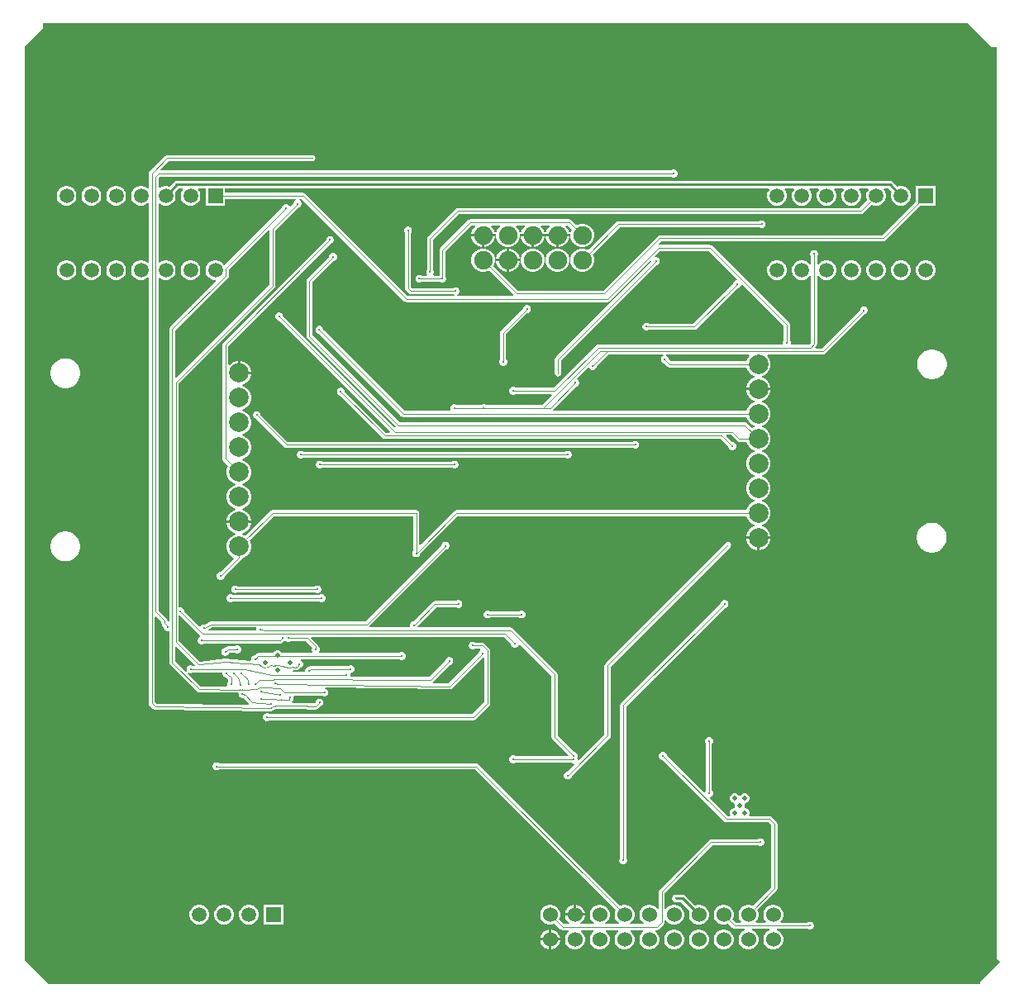
<source format=gbr>
%TF.GenerationSoftware,Altium Limited,Altium Designer,24.1.2 (44)*%
G04 Layer_Physical_Order=2*
G04 Layer_Color=16711680*
%FSLAX45Y45*%
%MOMM*%
%TF.SameCoordinates,E01E6690-4C2E-4FB1-AE08-5A5A66155338*%
%TF.FilePolarity,Positive*%
%TF.FileFunction,Copper,L2,Bot,Signal*%
%TF.Part,Single*%
G01*
G75*
%TA.AperFunction,Conductor*%
%ADD10C,0.10000*%
%ADD36C,0.25400*%
%TA.AperFunction,ComponentPad*%
%ADD41C,1.52400*%
%ADD42C,1.50000*%
%ADD43R,1.50000X1.50000*%
%ADD44C,2.00000*%
%ADD45C,1.90000*%
%ADD46R,1.50000X1.50000*%
%TA.AperFunction,ViaPad*%
%ADD47C,0.30000*%
%ADD48C,0.50000*%
G36*
X14655800Y12471400D02*
X14706599D01*
Y3134347D01*
X14744701Y3096247D01*
X14541499Y2893047D01*
Y2870200D01*
X4991100D01*
X4749800Y3111500D01*
Y12471400D01*
X4940300Y12661900D01*
Y12712700D01*
X14414500D01*
X14655800Y12471400D01*
D02*
G37*
%LPC*%
G36*
X7699898Y11363094D02*
X6211458D01*
X6199597Y11360734D01*
X6189541Y11354015D01*
X6033443Y11197917D01*
X6026724Y11187862D01*
X6024364Y11176000D01*
Y11026583D01*
X6011664Y11021323D01*
X6005247Y11027740D01*
X5982353Y11040958D01*
X5956818Y11047800D01*
X5930382D01*
X5904847Y11040958D01*
X5881953Y11027740D01*
X5863260Y11009047D01*
X5850042Y10986153D01*
X5843200Y10960618D01*
Y10934182D01*
X5850042Y10908647D01*
X5863260Y10885753D01*
X5881953Y10867060D01*
X5904847Y10853842D01*
X5930382Y10847000D01*
X5956818D01*
X5982353Y10853842D01*
X6005247Y10867060D01*
X6011664Y10873477D01*
X6024364Y10868217D01*
Y10264583D01*
X6011664Y10259323D01*
X6005247Y10265740D01*
X5982353Y10278958D01*
X5956818Y10285800D01*
X5930382D01*
X5904847Y10278958D01*
X5881953Y10265740D01*
X5863260Y10247047D01*
X5850042Y10224153D01*
X5843200Y10198618D01*
Y10172182D01*
X5850042Y10146647D01*
X5863260Y10123753D01*
X5881953Y10105060D01*
X5904847Y10091842D01*
X5930382Y10085000D01*
X5956818D01*
X5982353Y10091842D01*
X6005247Y10105060D01*
X6011664Y10111477D01*
X6024364Y10106217D01*
Y5746750D01*
X6026724Y5734888D01*
X6033443Y5724833D01*
X6069883Y5688392D01*
X6074777Y5685122D01*
X6079634Y5681801D01*
X6079799Y5681766D01*
X6079939Y5681673D01*
X6085712Y5680524D01*
X6091469Y5679315D01*
X7275541Y5666655D01*
X7275681Y5666682D01*
X7276358Y5666593D01*
X7296146Y5669198D01*
X7314585Y5676835D01*
X7330419Y5688986D01*
X7331231Y5690043D01*
X7331429Y5690182D01*
X7636070D01*
X7641785Y5686364D01*
X7653647Y5684004D01*
X7734300D01*
X7746162Y5686364D01*
X7756217Y5693083D01*
X7775834Y5712700D01*
X7780436D01*
X7795285Y5718851D01*
X7806649Y5730215D01*
X7812800Y5745064D01*
Y5761136D01*
X7806649Y5775985D01*
X7795285Y5787349D01*
X7780436Y5793500D01*
X7764364D01*
X7749515Y5787349D01*
X7738151Y5775985D01*
X7732000Y5761136D01*
Y5756534D01*
X7721461Y5745996D01*
X7665045D01*
X7659330Y5749814D01*
X7647469Y5752174D01*
X7496661D01*
X7489873Y5764874D01*
X7492409Y5768670D01*
X7493131Y5772297D01*
X7501849Y5781015D01*
X7508000Y5795864D01*
Y5811936D01*
X7506407Y5815781D01*
X7513463Y5826341D01*
X7794425D01*
X7800315Y5820451D01*
X7815164Y5814300D01*
X7831236D01*
X7846085Y5820451D01*
X7857449Y5831815D01*
X7863600Y5846664D01*
Y5862736D01*
X7857449Y5877585D01*
X7846085Y5888949D01*
X7831236Y5895100D01*
X7831905Y5907523D01*
X9100679Y5890136D01*
X9100891Y5890175D01*
X9101102Y5890134D01*
X9109388Y5890133D01*
X9121249Y5892493D01*
X9131304Y5899211D01*
X9448284Y6216191D01*
X9456123Y6215448D01*
X9460984Y6212200D01*
Y5759589D01*
X9336901Y5635506D01*
X7262598D01*
X7259345Y5638759D01*
X7244496Y5644910D01*
X7228424D01*
X7213575Y5638759D01*
X7202211Y5627395D01*
X7196060Y5612546D01*
Y5596474D01*
X7202211Y5581625D01*
X7213575Y5570261D01*
X7228424Y5564110D01*
X7244496D01*
X7259345Y5570261D01*
X7262598Y5573514D01*
X9349740D01*
X9361602Y5575874D01*
X9371657Y5582593D01*
X9513897Y5724833D01*
X9520616Y5734888D01*
X9522976Y5746750D01*
Y6286500D01*
X9520616Y6298362D01*
X9513897Y6308417D01*
X9463097Y6359217D01*
X9453042Y6365936D01*
X9441180Y6368296D01*
X9365718D01*
X9362465Y6371549D01*
X9347616Y6377700D01*
X9331544D01*
X9316695Y6371549D01*
X9305331Y6360185D01*
X9299180Y6345336D01*
Y6329264D01*
X9305331Y6314415D01*
X9316695Y6303051D01*
X9331544Y6296900D01*
X9347616D01*
X9362465Y6303051D01*
X9365718Y6306304D01*
X9419933D01*
X9420881Y6304636D01*
X9422816Y6291692D01*
X9411452Y6280327D01*
X9405301Y6265478D01*
Y6260877D01*
X9096614Y5952189D01*
X8939247Y5954346D01*
X8937043Y5957481D01*
X8934487Y5967112D01*
X8934942Y5967567D01*
X8934942Y5967568D01*
X9106795Y6139420D01*
X9111396D01*
X9126245Y6145571D01*
X9137609Y6156935D01*
X9143760Y6171784D01*
Y6187856D01*
X9137609Y6202705D01*
X9126245Y6214069D01*
X9111396Y6220220D01*
X9095324D01*
X9080475Y6214069D01*
X9069111Y6202705D01*
X9062960Y6187856D01*
Y6183255D01*
X8897271Y6017565D01*
X8091919Y6019800D01*
X8087120Y6027004D01*
Y6043076D01*
X8086141Y6045440D01*
X8094627Y6058140D01*
X8100156D01*
X8115005Y6064291D01*
X8126369Y6075655D01*
X8132520Y6090504D01*
Y6106576D01*
X8126369Y6121425D01*
X8115005Y6132789D01*
X8100156Y6138940D01*
X8084084D01*
X8069235Y6132789D01*
X8065982Y6129536D01*
X7683500D01*
X7671638Y6127176D01*
X7662635Y6121160D01*
X7657684D01*
X7642835Y6115009D01*
X7631471Y6103645D01*
X7625320Y6088796D01*
Y6072724D01*
X7620851Y6066036D01*
X7498767D01*
X7496241Y6078736D01*
X7512761Y6085578D01*
X7515832Y6085346D01*
X7515833Y6085346D01*
X7515834Y6085346D01*
X7516213Y6085317D01*
X7517389Y6085460D01*
X7518551Y6085229D01*
X7519658D01*
X7521897Y6085674D01*
X7524176Y6085560D01*
X7545645Y6088723D01*
X7549242Y6090006D01*
X7552988Y6090751D01*
X7554886Y6092019D01*
X7557036Y6092786D01*
X7559868Y6095348D01*
X7563044Y6097470D01*
X7565904Y6100330D01*
X7567173Y6102229D01*
X7568867Y6103762D01*
X7572963Y6109274D01*
X7587005Y6115091D01*
X7598369Y6126455D01*
X7604520Y6141304D01*
Y6157376D01*
X7598369Y6172225D01*
X7587005Y6183589D01*
X7578954Y6186924D01*
X7581480Y6199624D01*
X8588404D01*
X8591657Y6196371D01*
X8606506Y6190220D01*
X8622578D01*
X8637427Y6196371D01*
X8648791Y6207735D01*
X8654942Y6222584D01*
Y6238656D01*
X8648791Y6253505D01*
X8637427Y6264869D01*
X8622578Y6271020D01*
X8606506D01*
X8591657Y6264869D01*
X8588404Y6261616D01*
X7771810D01*
X7766550Y6274316D01*
X7768549Y6276315D01*
X7774700Y6291164D01*
Y6307236D01*
X7768549Y6322085D01*
X7761285Y6329349D01*
X7759109Y6340288D01*
X7752390Y6350344D01*
X7686563Y6416171D01*
X7691424Y6427904D01*
X9659801D01*
X9733520Y6354185D01*
Y6349584D01*
X9739671Y6334735D01*
X9751035Y6323371D01*
X9765884Y6317220D01*
X9781956D01*
X9796805Y6323371D01*
X9808169Y6334735D01*
X9813524Y6347661D01*
X9826054Y6353092D01*
X10149324Y6029821D01*
Y5402580D01*
X10151684Y5390718D01*
X10158403Y5380663D01*
X10323930Y5215136D01*
X10318669Y5202436D01*
X9782278D01*
X9779025Y5205689D01*
X9764176Y5211840D01*
X9748104D01*
X9733255Y5205689D01*
X9721891Y5194325D01*
X9715740Y5179476D01*
Y5163404D01*
X9721891Y5148555D01*
X9733255Y5137191D01*
X9748104Y5131040D01*
X9764176D01*
X9779025Y5137191D01*
X9782278Y5140444D01*
X10349762D01*
X10353015Y5137191D01*
X10367864Y5131040D01*
X10377845D01*
X10383106Y5118340D01*
X10311506Y5046740D01*
X10306904D01*
X10292055Y5040589D01*
X10280691Y5029225D01*
X10274540Y5014376D01*
Y4998304D01*
X10280691Y4983455D01*
X10292055Y4972091D01*
X10306904Y4965940D01*
X10322976D01*
X10337825Y4972091D01*
X10349189Y4983455D01*
X10355340Y4998304D01*
Y5002906D01*
X10745797Y5393363D01*
X10752516Y5403418D01*
X10754876Y5415280D01*
Y6123801D01*
X11980237Y7349163D01*
X11986956Y7359218D01*
X11989316Y7371080D01*
X11986956Y7382942D01*
X11980237Y7392997D01*
X11970182Y7399716D01*
X11958320Y7402076D01*
X11946458Y7399716D01*
X11936403Y7392997D01*
X10701963Y6158557D01*
X10695244Y6148502D01*
X10692884Y6136640D01*
Y5428119D01*
X10429000Y5164234D01*
X10416300Y5169495D01*
Y5179476D01*
X10412264Y5189220D01*
X10416300Y5198964D01*
Y5215036D01*
X10410149Y5229885D01*
X10398785Y5241249D01*
X10383936Y5247400D01*
X10379335D01*
X10211316Y5415419D01*
Y6042660D01*
X10208956Y6054522D01*
X10202237Y6064577D01*
X9750597Y6516217D01*
X9740542Y6522936D01*
X9728680Y6525296D01*
X8785844D01*
X8778788Y6535855D01*
X8780540Y6540084D01*
Y6544686D01*
X8968879Y6733024D01*
X9169566D01*
X9172820Y6729771D01*
X9187668Y6723620D01*
X9203740D01*
X9218589Y6729771D01*
X9229954Y6741135D01*
X9236104Y6755984D01*
Y6772056D01*
X9229954Y6786905D01*
X9218589Y6798269D01*
X9203740Y6804420D01*
X9187668D01*
X9172820Y6798269D01*
X9169566Y6795016D01*
X8956040D01*
X8944178Y6792656D01*
X8934123Y6785937D01*
X8736706Y6588520D01*
X8732104D01*
X8717255Y6582369D01*
X8705891Y6571005D01*
X8699740Y6556156D01*
Y6540084D01*
X8701492Y6535855D01*
X8694436Y6525296D01*
X8288890D01*
X8283630Y6537996D01*
X9066155Y7320520D01*
X9070756D01*
X9085605Y7326671D01*
X9096969Y7338035D01*
X9103120Y7352884D01*
Y7368956D01*
X9096969Y7383805D01*
X9085605Y7395169D01*
X9070756Y7401320D01*
X9054684D01*
X9039835Y7395169D01*
X9028471Y7383805D01*
X9022320Y7368956D01*
Y7364355D01*
X8244158Y6586192D01*
X6670086D01*
X6668884Y6585953D01*
X6667668Y6586098D01*
X6662991Y6584781D01*
X6658224Y6583833D01*
X6657206Y6583152D01*
X6656027Y6582820D01*
X6600995Y6554813D01*
X6599336Y6555500D01*
X6583264D01*
X6568415Y6549349D01*
X6557051Y6537985D01*
X6556062Y6535598D01*
X6543606Y6533121D01*
X6385320Y6691407D01*
Y6696008D01*
X6379169Y6710857D01*
X6367805Y6722222D01*
X6352956Y6728372D01*
X6336884D01*
X6330196Y6732842D01*
Y9024481D01*
X7311717Y10006003D01*
X7318436Y10016058D01*
X7320796Y10027920D01*
Y10594201D01*
X7552314Y10825720D01*
X7556916D01*
X7571765Y10831871D01*
X7583129Y10843235D01*
X7589280Y10858084D01*
Y10874156D01*
X7583129Y10889005D01*
X7571765Y10900369D01*
X7563714Y10903704D01*
X7566240Y10916404D01*
X7590819D01*
X8640920Y9866303D01*
X8650976Y9859584D01*
X8662838Y9857224D01*
X10718932D01*
X10730794Y9859584D01*
X10740849Y9866303D01*
X11161582Y10287036D01*
X11174528Y10282021D01*
X11174793Y10276287D01*
X10193963Y9295457D01*
X10187244Y9285402D01*
X10184884Y9273540D01*
Y9125697D01*
X10187244Y9113835D01*
X10193963Y9103780D01*
X10204018Y9097061D01*
X10215880Y9094701D01*
X10227742Y9097061D01*
X10237797Y9103780D01*
X10244516Y9113835D01*
X10246876Y9125697D01*
Y9260701D01*
X11222615Y10236440D01*
X11227216D01*
X11242065Y10242591D01*
X11253429Y10253955D01*
X11259580Y10268804D01*
Y10284876D01*
X11253429Y10299725D01*
X11242065Y10311089D01*
X11227216Y10317240D01*
X11211144D01*
X11208759Y10316252D01*
X11201565Y10327019D01*
X11257551Y10383004D01*
X11760519D01*
X12048229Y10095293D01*
X12042665Y10082898D01*
X12029415Y10077409D01*
X12018051Y10066045D01*
X12011900Y10051196D01*
Y10046594D01*
X11602581Y9637276D01*
X11148798D01*
X11145545Y9640529D01*
X11130696Y9646680D01*
X11114624D01*
X11099775Y9640529D01*
X11088411Y9629165D01*
X11082260Y9614316D01*
Y9598244D01*
X11088411Y9583395D01*
X11099775Y9572031D01*
X11114624Y9565880D01*
X11130696D01*
X11145545Y9572031D01*
X11148798Y9575284D01*
X11615420D01*
X11627282Y9577644D01*
X11637337Y9584363D01*
X12055734Y10002760D01*
X12060336D01*
X12075185Y10008911D01*
X12086549Y10020275D01*
X12092038Y10033525D01*
X12104433Y10039089D01*
X12529304Y9614218D01*
Y9468588D01*
X12526051Y9465335D01*
X12519900Y9450486D01*
Y9434414D01*
X12520072Y9433998D01*
X12513017Y9423438D01*
X10628152D01*
X10616291Y9421079D01*
X10606235Y9414360D01*
X10171291Y8979416D01*
X9782278D01*
X9779025Y8982669D01*
X9764176Y8988820D01*
X9748104D01*
X9733255Y8982669D01*
X9721891Y8971305D01*
X9715740Y8956456D01*
Y8940384D01*
X9721891Y8925535D01*
X9733255Y8914171D01*
X9748104Y8908020D01*
X9764176D01*
X9779025Y8914171D01*
X9782278Y8917424D01*
X10149857D01*
X10154717Y8905691D01*
X10053181Y8804156D01*
X9482558D01*
X9479305Y8807409D01*
X9464456Y8813560D01*
X9448384D01*
X9433535Y8807409D01*
X9430282Y8804156D01*
X9180298D01*
X9177045Y8807409D01*
X9162196Y8813560D01*
X9146124D01*
X9131275Y8807409D01*
X9119911Y8796045D01*
X9113760Y8781196D01*
Y8765124D01*
X9117582Y8755896D01*
X9110397Y8743196D01*
X8645100D01*
X7811601Y9576694D01*
Y9581296D01*
X7805450Y9596145D01*
X7794086Y9607509D01*
X7779237Y9613660D01*
X7763165D01*
X7748316Y9607509D01*
X7736952Y9596145D01*
X7730801Y9581296D01*
Y9565224D01*
X7736952Y9550375D01*
X7748316Y9539011D01*
X7763165Y9532860D01*
X7767767D01*
X8610344Y8690283D01*
X8620400Y8683564D01*
X8632261Y8681204D01*
X12146682D01*
X12151346Y8663798D01*
X12167855Y8635203D01*
X12191203Y8611855D01*
X12219798Y8595346D01*
X12233127Y8591774D01*
Y8578626D01*
X12219798Y8575054D01*
X12204191Y8566044D01*
X12151611Y8618623D01*
X12141555Y8625342D01*
X12129694Y8627702D01*
X8594153D01*
X7699256Y9522599D01*
Y10062305D01*
X7916052Y10279102D01*
X7920654D01*
X7935503Y10285252D01*
X7946868Y10296617D01*
X7953018Y10311466D01*
Y10327538D01*
X7946868Y10342386D01*
X7935503Y10353751D01*
X7920654Y10359902D01*
X7904582D01*
X7889734Y10353751D01*
X7878369Y10342386D01*
X7872218Y10327538D01*
Y10322936D01*
X7646343Y10097061D01*
X7639624Y10087005D01*
X7637264Y10075144D01*
Y9509760D01*
X7639624Y9497898D01*
X7646343Y9487843D01*
X8553802Y8580383D01*
X8549909Y8566316D01*
X8549069Y8566105D01*
X7398780Y9716394D01*
Y9720996D01*
X7392629Y9735845D01*
X7381265Y9747209D01*
X7366416Y9753360D01*
X7350344D01*
X7335495Y9747209D01*
X7324131Y9735845D01*
X7317980Y9720996D01*
Y9704924D01*
X7324131Y9690075D01*
X7335495Y9678711D01*
X7350344Y9672560D01*
X7354946D01*
X8496097Y8531409D01*
X8491236Y8519676D01*
X8455799D01*
X8031240Y8944234D01*
Y8948836D01*
X8025089Y8963685D01*
X8013725Y8975049D01*
X7998876Y8981200D01*
X7982804D01*
X7967955Y8975049D01*
X7956591Y8963685D01*
X7950440Y8948836D01*
Y8932764D01*
X7956591Y8917915D01*
X7967955Y8906551D01*
X7982804Y8900400D01*
X7987406D01*
X8421043Y8466763D01*
X8431098Y8460044D01*
X8442960Y8457684D01*
X11880711D01*
X11961100Y8377296D01*
Y8372694D01*
X11967251Y8357845D01*
X11978615Y8346481D01*
X11993464Y8340330D01*
X12009536D01*
X12024385Y8346481D01*
X12035749Y8357845D01*
X12041900Y8372694D01*
Y8388766D01*
X12035749Y8403615D01*
X12024385Y8414979D01*
X12009536Y8421130D01*
X12004934D01*
X11940799Y8485265D01*
X11945659Y8496998D01*
X11988641D01*
X12049357Y8436283D01*
X12059412Y8429564D01*
X12071274Y8427204D01*
X12146682D01*
X12151346Y8409798D01*
X12167855Y8381203D01*
X12191203Y8357855D01*
X12219798Y8341346D01*
X12233127Y8337774D01*
Y8324626D01*
X12219798Y8321054D01*
X12191203Y8304545D01*
X12167855Y8281197D01*
X12151346Y8252602D01*
X12142800Y8220709D01*
Y8187691D01*
X12151346Y8155798D01*
X12167855Y8127203D01*
X12191203Y8103855D01*
X12219798Y8087346D01*
X12233127Y8083774D01*
Y8070626D01*
X12219798Y8067054D01*
X12191203Y8050545D01*
X12167855Y8027197D01*
X12151346Y7998602D01*
X12142800Y7966709D01*
Y7933691D01*
X12151346Y7901798D01*
X12167855Y7873203D01*
X12191203Y7849855D01*
X12219798Y7833346D01*
X12233127Y7829774D01*
Y7816626D01*
X12219798Y7813054D01*
X12191203Y7796545D01*
X12167855Y7773197D01*
X12151346Y7744602D01*
X12146682Y7727196D01*
X9174800D01*
X9162938Y7724836D01*
X9152883Y7718117D01*
X8805729Y7370963D01*
X8793996Y7375823D01*
Y7696200D01*
X8791636Y7708062D01*
X8784917Y7718117D01*
X8774862Y7724836D01*
X8763000Y7727196D01*
X7289800D01*
X7277938Y7724836D01*
X7267883Y7718117D01*
X7010909Y7461144D01*
X6995302Y7470154D01*
X6981973Y7473726D01*
Y7486874D01*
X6995302Y7490446D01*
X7023897Y7506955D01*
X7047245Y7530303D01*
X7063754Y7558898D01*
X7072300Y7590791D01*
Y7594600D01*
X6946900D01*
X6821500D01*
Y7590791D01*
X6830046Y7558898D01*
X6846555Y7530303D01*
X6869903Y7506955D01*
X6898498Y7490446D01*
X6911827Y7486874D01*
Y7473726D01*
X6898498Y7470154D01*
X6869903Y7453645D01*
X6846555Y7430297D01*
X6830046Y7401702D01*
X6821500Y7369809D01*
Y7336791D01*
X6830046Y7304898D01*
X6846555Y7276303D01*
X6869903Y7252955D01*
X6889998Y7241353D01*
X6892087Y7225482D01*
X6758518Y7091912D01*
X6753916D01*
X6739068Y7085762D01*
X6727703Y7074397D01*
X6721552Y7059548D01*
Y7043476D01*
X6727703Y7028628D01*
X6739068Y7017263D01*
X6753916Y7011112D01*
X6769988D01*
X6784837Y7017263D01*
X6796202Y7028628D01*
X6802352Y7043476D01*
Y7048078D01*
X6968817Y7214543D01*
X6975536Y7224598D01*
X6976913Y7231518D01*
X6995302Y7236446D01*
X7023897Y7252955D01*
X7047245Y7276303D01*
X7063754Y7304898D01*
X7072300Y7336791D01*
Y7369809D01*
X7063754Y7401702D01*
X7054744Y7417309D01*
X7302639Y7665204D01*
X8732004D01*
Y7310538D01*
X8728751Y7307285D01*
X8722600Y7292436D01*
Y7276364D01*
X8728751Y7261515D01*
X8740115Y7250151D01*
X8754964Y7244000D01*
X8771036D01*
X8785885Y7250151D01*
X8797249Y7261515D01*
X8803400Y7276364D01*
Y7280966D01*
X9187639Y7665204D01*
X12146682D01*
X12151346Y7647798D01*
X12167855Y7619203D01*
X12191203Y7595855D01*
X12219798Y7579346D01*
X12233127Y7575774D01*
Y7562626D01*
X12219798Y7559054D01*
X12191203Y7542545D01*
X12167855Y7519197D01*
X12151346Y7490602D01*
X12142800Y7458709D01*
Y7454900D01*
X12268200D01*
X12393600D01*
Y7458709D01*
X12385054Y7490602D01*
X12368545Y7519197D01*
X12345197Y7542545D01*
X12316602Y7559054D01*
X12303273Y7562626D01*
Y7575774D01*
X12316602Y7579346D01*
X12345197Y7595855D01*
X12368545Y7619203D01*
X12385054Y7647798D01*
X12393600Y7679691D01*
Y7712709D01*
X12385054Y7744602D01*
X12368545Y7773197D01*
X12345197Y7796545D01*
X12316602Y7813054D01*
X12303273Y7816626D01*
Y7829774D01*
X12316602Y7833346D01*
X12345197Y7849855D01*
X12368545Y7873203D01*
X12385054Y7901798D01*
X12393600Y7933691D01*
Y7966709D01*
X12385054Y7998602D01*
X12368545Y8027197D01*
X12345197Y8050545D01*
X12316602Y8067054D01*
X12303273Y8070626D01*
Y8083774D01*
X12316602Y8087346D01*
X12345197Y8103855D01*
X12368545Y8127203D01*
X12385054Y8155798D01*
X12393600Y8187691D01*
Y8220709D01*
X12385054Y8252602D01*
X12368545Y8281197D01*
X12345197Y8304545D01*
X12316602Y8321054D01*
X12303273Y8324626D01*
Y8337774D01*
X12316602Y8341346D01*
X12345197Y8357855D01*
X12368545Y8381203D01*
X12385054Y8409798D01*
X12393600Y8441691D01*
Y8474709D01*
X12385054Y8506602D01*
X12368545Y8535197D01*
X12345197Y8558545D01*
X12316602Y8575054D01*
X12303273Y8578626D01*
Y8591774D01*
X12316602Y8595346D01*
X12345197Y8611855D01*
X12368545Y8635203D01*
X12385054Y8663798D01*
X12393600Y8695691D01*
Y8728709D01*
X12385054Y8760602D01*
X12368545Y8789197D01*
X12345197Y8812545D01*
X12316602Y8829054D01*
X12303273Y8832626D01*
Y8845774D01*
X12316602Y8849346D01*
X12345197Y8865855D01*
X12368545Y8889203D01*
X12385054Y8917798D01*
X12393600Y8949691D01*
Y8953500D01*
X12268200D01*
X12142800D01*
Y8949691D01*
X12151346Y8917798D01*
X12167855Y8889203D01*
X12191203Y8865855D01*
X12219798Y8849346D01*
X12233127Y8845774D01*
Y8832626D01*
X12219798Y8829054D01*
X12191203Y8812545D01*
X12167855Y8789197D01*
X12151346Y8760602D01*
X12146682Y8743196D01*
X10171511D01*
X10166250Y8755896D01*
X10399136Y8988782D01*
X10403738D01*
X10418586Y8994932D01*
X10429951Y9006297D01*
X10436102Y9021146D01*
Y9037218D01*
X10429951Y9052066D01*
X10418586Y9063431D01*
X10416092Y9064464D01*
X10413615Y9076920D01*
X10523741Y9187047D01*
X10536198Y9184569D01*
X10537231Y9182075D01*
X10548595Y9170711D01*
X10563444Y9164560D01*
X10579516D01*
X10594365Y9170711D01*
X10605729Y9182075D01*
X10611880Y9196924D01*
Y9201526D01*
X10731639Y9321284D01*
X11293260D01*
X11295786Y9308584D01*
X11287735Y9305249D01*
X11276371Y9293885D01*
X11270220Y9279036D01*
Y9262964D01*
X11276371Y9248115D01*
X11287735Y9236751D01*
X11302584Y9230600D01*
X11307186D01*
X11339503Y9198283D01*
X11349558Y9191564D01*
X11361420Y9189204D01*
X12146682D01*
X12151346Y9171798D01*
X12167855Y9143203D01*
X12191203Y9119855D01*
X12219798Y9103346D01*
X12233127Y9099774D01*
Y9086626D01*
X12219798Y9083054D01*
X12191203Y9066545D01*
X12167855Y9043197D01*
X12151346Y9014602D01*
X12142800Y8982709D01*
Y8978900D01*
X12268200D01*
X12393600D01*
Y8982709D01*
X12385054Y9014602D01*
X12368545Y9043197D01*
X12345197Y9066545D01*
X12316602Y9083054D01*
X12303273Y9086626D01*
Y9099774D01*
X12316602Y9103346D01*
X12345197Y9119855D01*
X12368545Y9143203D01*
X12385054Y9171798D01*
X12393600Y9203691D01*
Y9236709D01*
X12385054Y9268602D01*
X12368545Y9297197D01*
X12357158Y9308584D01*
X12362419Y9321284D01*
X12928600D01*
X12940462Y9323644D01*
X12950517Y9330363D01*
X13353674Y9733520D01*
X13358276D01*
X13373125Y9739671D01*
X13384489Y9751035D01*
X13390640Y9765884D01*
Y9781956D01*
X13384489Y9796805D01*
X13373125Y9808169D01*
X13358276Y9814320D01*
X13342204D01*
X13327354Y9808169D01*
X13315991Y9796805D01*
X13309840Y9781956D01*
Y9777355D01*
X12915761Y9383276D01*
X12853653D01*
X12848793Y9395009D01*
X12861617Y9407833D01*
X12868336Y9417888D01*
X12870695Y9429750D01*
Y10125484D01*
X12883395Y10128887D01*
X12886360Y10123753D01*
X12905054Y10105060D01*
X12927946Y10091842D01*
X12953482Y10085000D01*
X12979918D01*
X13005453Y10091842D01*
X13028346Y10105060D01*
X13047040Y10123753D01*
X13060258Y10146647D01*
X13067101Y10172182D01*
Y10198618D01*
X13060258Y10224153D01*
X13047040Y10247047D01*
X13028346Y10265740D01*
X13005453Y10278958D01*
X12979918Y10285800D01*
X12953482D01*
X12927946Y10278958D01*
X12905054Y10265740D01*
X12886360Y10247047D01*
X12883395Y10241913D01*
X12870695Y10245316D01*
Y10324362D01*
X12873949Y10327615D01*
X12880099Y10342464D01*
Y10358536D01*
X12873949Y10373385D01*
X12862585Y10384749D01*
X12847736Y10390900D01*
X12831664D01*
X12816815Y10384749D01*
X12805450Y10373385D01*
X12799300Y10358536D01*
Y10342464D01*
X12805450Y10327615D01*
X12808704Y10324362D01*
Y10245316D01*
X12796004Y10241913D01*
X12793040Y10247047D01*
X12774347Y10265740D01*
X12751453Y10278958D01*
X12725918Y10285800D01*
X12699482D01*
X12673947Y10278958D01*
X12651053Y10265740D01*
X12632360Y10247047D01*
X12619142Y10224153D01*
X12612300Y10198618D01*
Y10172182D01*
X12619142Y10146647D01*
X12632360Y10123753D01*
X12651053Y10105060D01*
X12673947Y10091842D01*
X12699482Y10085000D01*
X12725918D01*
X12751453Y10091842D01*
X12774347Y10105060D01*
X12793040Y10123753D01*
X12796004Y10128887D01*
X12808704Y10125484D01*
Y9442589D01*
X12789554Y9423438D01*
X12607583D01*
X12600528Y9433998D01*
X12600700Y9434414D01*
Y9450486D01*
X12594549Y9465335D01*
X12591296Y9468588D01*
Y9627057D01*
X12588936Y9638919D01*
X12582217Y9648975D01*
X11795274Y10435917D01*
X11785219Y10442636D01*
X11773357Y10444996D01*
X11254638D01*
X11249377Y10457696D01*
X11272506Y10480825D01*
X13547121D01*
X13558981Y10483184D01*
X13569038Y10489903D01*
X13926135Y10847000D01*
X14083099D01*
Y11047800D01*
X13882300D01*
Y10890835D01*
X13534282Y10542816D01*
X11259668D01*
X11247806Y10540457D01*
X11237750Y10533738D01*
X10679108Y9975096D01*
X9804539D01*
X9552983Y10226651D01*
X9560995Y10240527D01*
X9569200Y10271149D01*
Y10302851D01*
X9560995Y10333473D01*
X9545144Y10360927D01*
X9522727Y10383344D01*
X9495273Y10399195D01*
X9464651Y10407400D01*
X9432949D01*
X9402327Y10399195D01*
X9374873Y10383344D01*
X9352456Y10360927D01*
X9336605Y10333473D01*
X9328400Y10302851D01*
Y10271149D01*
X9336605Y10240527D01*
X9352456Y10213073D01*
X9374873Y10190656D01*
X9402327Y10174805D01*
X9432949Y10166600D01*
X9464651D01*
X9495273Y10174805D01*
X9509149Y10182817D01*
X9760050Y9931916D01*
X9754789Y9919216D01*
X9185175D01*
X9182649Y9931916D01*
X9190700Y9935251D01*
X9202064Y9946615D01*
X9208215Y9961464D01*
Y9977536D01*
X9202064Y9992385D01*
X9190700Y10003749D01*
X9175851Y10009900D01*
X9159779D01*
X9144930Y10003749D01*
X9141677Y10000496D01*
X8723769D01*
X8710176Y10014089D01*
Y10565662D01*
X8713429Y10568915D01*
X8719580Y10583764D01*
Y10599836D01*
X8713429Y10614685D01*
X8702065Y10626049D01*
X8687216Y10632200D01*
X8671144D01*
X8656295Y10626049D01*
X8644931Y10614685D01*
X8638780Y10599836D01*
Y10583764D01*
X8644931Y10568915D01*
X8648184Y10565662D01*
Y10001250D01*
X8650544Y9989388D01*
X8657263Y9979333D01*
X8689013Y9947583D01*
X8699068Y9940864D01*
X8710930Y9938504D01*
X9141677D01*
X9144930Y9935251D01*
X9152981Y9931916D01*
X9150455Y9919216D01*
X8675677D01*
X7625575Y10969317D01*
X7615519Y10976036D01*
X7603658Y10978396D01*
X6806000D01*
Y11022853D01*
X12375573D01*
X12380433Y11011120D01*
X12378360Y11009047D01*
X12365142Y10986153D01*
X12358300Y10960618D01*
Y10934182D01*
X12365142Y10908647D01*
X12378360Y10885753D01*
X12397053Y10867060D01*
X12419947Y10853842D01*
X12445482Y10847000D01*
X12471918D01*
X12497453Y10853842D01*
X12520347Y10867060D01*
X12539040Y10885753D01*
X12552258Y10908647D01*
X12559100Y10934182D01*
Y10960618D01*
X12552258Y10986153D01*
X12539040Y11009047D01*
X12536967Y11011120D01*
X12541827Y11022853D01*
X12629573D01*
X12634433Y11011120D01*
X12632360Y11009047D01*
X12619142Y10986153D01*
X12612300Y10960618D01*
Y10934182D01*
X12619142Y10908647D01*
X12632360Y10885753D01*
X12651053Y10867060D01*
X12673947Y10853842D01*
X12699482Y10847000D01*
X12725918D01*
X12751453Y10853842D01*
X12774347Y10867060D01*
X12793040Y10885753D01*
X12806258Y10908647D01*
X12813100Y10934182D01*
Y10960618D01*
X12806258Y10986153D01*
X12793040Y11009047D01*
X12790967Y11011120D01*
X12795827Y11022853D01*
X12883572D01*
X12888432Y11011120D01*
X12886360Y11009047D01*
X12873141Y10986153D01*
X12866299Y10960618D01*
Y10934182D01*
X12873141Y10908647D01*
X12886360Y10885753D01*
X12905054Y10867060D01*
X12927946Y10853842D01*
X12953482Y10847000D01*
X12979918D01*
X13005453Y10853842D01*
X13028346Y10867060D01*
X13047040Y10885753D01*
X13060258Y10908647D01*
X13067101Y10934182D01*
Y10960618D01*
X13060258Y10986153D01*
X13047040Y11009047D01*
X13044968Y11011120D01*
X13049828Y11022853D01*
X13137573D01*
X13142433Y11011120D01*
X13140359Y11009047D01*
X13127142Y10986153D01*
X13120300Y10960618D01*
Y10934182D01*
X13127142Y10908647D01*
X13140359Y10885753D01*
X13159053Y10867060D01*
X13181947Y10853842D01*
X13207481Y10847000D01*
X13233919D01*
X13259453Y10853842D01*
X13282347Y10867060D01*
X13301041Y10885753D01*
X13314258Y10908647D01*
X13321100Y10934182D01*
Y10960618D01*
X13314258Y10986153D01*
X13301041Y11009047D01*
X13298967Y11011120D01*
X13303827Y11022853D01*
X13391573D01*
X13396432Y11011120D01*
X13394360Y11009047D01*
X13381142Y10986153D01*
X13374300Y10960618D01*
Y10934182D01*
X13381142Y10908647D01*
X13385158Y10901692D01*
X13306921Y10823456D01*
X9189720D01*
X9177858Y10821096D01*
X9167803Y10814377D01*
X8883323Y10529897D01*
X8876604Y10519842D01*
X8874244Y10507980D01*
Y10191218D01*
X8870991Y10187965D01*
X8864840Y10173116D01*
Y10157044D01*
X8870991Y10142195D01*
X8872990Y10140196D01*
X8867730Y10127496D01*
X8822158D01*
X8818905Y10130749D01*
X8804056Y10136900D01*
X8787984D01*
X8773135Y10130749D01*
X8761771Y10119385D01*
X8755620Y10104536D01*
Y10088464D01*
X8761771Y10073615D01*
X8773135Y10062251D01*
X8787984Y10056100D01*
X8804056D01*
X8818905Y10062251D01*
X8822158Y10065504D01*
X9006335D01*
X9009589Y10062251D01*
X9024438Y10056100D01*
X9040510D01*
X9055358Y10062251D01*
X9066723Y10073615D01*
X9072874Y10088464D01*
Y10104536D01*
X9066723Y10119385D01*
X9063469Y10122638D01*
Y10378535D01*
X9329559Y10644624D01*
X9364193D01*
X9369453Y10631924D01*
X9352456Y10614927D01*
X9336605Y10587473D01*
X9328400Y10556851D01*
Y10553700D01*
X9448800D01*
X9569200D01*
Y10556851D01*
X9560995Y10587473D01*
X9545144Y10614927D01*
X9528147Y10631924D01*
X9533407Y10644624D01*
X9618193D01*
X9623453Y10631924D01*
X9606456Y10614927D01*
X9590605Y10587473D01*
X9582400Y10556851D01*
Y10525149D01*
X9590605Y10494527D01*
X9606456Y10467073D01*
X9628873Y10444656D01*
X9656327Y10428805D01*
X9686949Y10420600D01*
X9718651D01*
X9749273Y10428805D01*
X9776727Y10444656D01*
X9799144Y10467073D01*
X9814995Y10494527D01*
X9823200Y10525149D01*
Y10556851D01*
X9814995Y10587473D01*
X9799144Y10614927D01*
X9782147Y10631924D01*
X9787407Y10644624D01*
X9872193D01*
X9877453Y10631924D01*
X9860456Y10614927D01*
X9844605Y10587473D01*
X9836400Y10556851D01*
Y10553700D01*
X9956800D01*
X10077200D01*
Y10556851D01*
X10068995Y10587473D01*
X10053144Y10614927D01*
X10036147Y10631924D01*
X10041407Y10644624D01*
X10126193D01*
X10131453Y10631924D01*
X10114456Y10614927D01*
X10098605Y10587473D01*
X10090400Y10556851D01*
Y10553700D01*
X10210800D01*
X10331200D01*
Y10556851D01*
X10322995Y10587473D01*
X10307144Y10614927D01*
X10290147Y10631924D01*
X10295407Y10644624D01*
X10317341D01*
X10360617Y10601349D01*
X10352605Y10587473D01*
X10344400Y10556851D01*
Y10525149D01*
X10352605Y10494527D01*
X10368456Y10467073D01*
X10390873Y10444656D01*
X10418327Y10428805D01*
X10448949Y10420600D01*
X10480651D01*
X10511273Y10428805D01*
X10538727Y10444656D01*
X10561144Y10467073D01*
X10576995Y10494527D01*
X10585200Y10525149D01*
Y10556851D01*
X10576995Y10587473D01*
X10561144Y10614927D01*
X10538727Y10637344D01*
X10511273Y10653195D01*
X10480651Y10661400D01*
X10448949D01*
X10418327Y10653195D01*
X10404451Y10645183D01*
X10352097Y10697537D01*
X10342042Y10704256D01*
X10330180Y10706616D01*
X9316720D01*
X9304858Y10704256D01*
X9294803Y10697537D01*
X9010557Y10413291D01*
X9003837Y10403235D01*
X9001478Y10391374D01*
Y10127496D01*
X8942750D01*
X8937490Y10140196D01*
X8939489Y10142195D01*
X8945640Y10157044D01*
Y10173116D01*
X8939489Y10187965D01*
X8936236Y10191218D01*
Y10495141D01*
X9202559Y10761464D01*
X13319760D01*
X13331622Y10763824D01*
X13341676Y10770543D01*
X13428992Y10857858D01*
X13435947Y10853842D01*
X13461482Y10847000D01*
X13487918D01*
X13513454Y10853842D01*
X13536346Y10867060D01*
X13555040Y10885753D01*
X13568259Y10908647D01*
X13575101Y10934182D01*
Y10960618D01*
X13568259Y10986153D01*
X13555040Y11009047D01*
X13552966Y11011120D01*
X13557828Y11022853D01*
X13598309D01*
X13635114Y10986049D01*
X13628300Y10960618D01*
Y10934182D01*
X13635143Y10908647D01*
X13648360Y10885753D01*
X13667053Y10867060D01*
X13689948Y10853842D01*
X13715482Y10847000D01*
X13741917D01*
X13767453Y10853842D01*
X13790347Y10867060D01*
X13809039Y10885753D01*
X13822258Y10908647D01*
X13829100Y10934182D01*
Y10960618D01*
X13822258Y10986153D01*
X13809039Y11009047D01*
X13790347Y11027740D01*
X13767453Y11040958D01*
X13741917Y11047800D01*
X13715482D01*
X13690051Y11040986D01*
X13641869Y11089169D01*
X13629266Y11097589D01*
X13614400Y11100547D01*
X6311900D01*
X6297034Y11097589D01*
X6284431Y11089169D01*
X6236249Y11040986D01*
X6210818Y11047800D01*
X6184382D01*
X6158847Y11040958D01*
X6135953Y11027740D01*
X6133649Y11025436D01*
X6121916Y11030296D01*
Y11131411D01*
X6135509Y11145004D01*
X11374763D01*
X11378017Y11141751D01*
X11392866Y11135600D01*
X11408938D01*
X11423786Y11141751D01*
X11435151Y11153115D01*
X11441302Y11167964D01*
Y11184036D01*
X11435151Y11198885D01*
X11423786Y11210249D01*
X11408938Y11216400D01*
X11392866D01*
X11378017Y11210249D01*
X11374763Y11206996D01*
X6146783D01*
X6141923Y11218729D01*
X6224297Y11301103D01*
X7699898D01*
X7711760Y11303462D01*
X7721815Y11310181D01*
X7728534Y11320237D01*
X7730894Y11332098D01*
X7728534Y11343960D01*
X7721815Y11354015D01*
X7711760Y11360734D01*
X7699898Y11363094D01*
D02*
G37*
G36*
X5702818Y11047800D02*
X5676382D01*
X5650847Y11040958D01*
X5627953Y11027740D01*
X5609260Y11009047D01*
X5596042Y10986153D01*
X5589200Y10960618D01*
Y10934182D01*
X5596042Y10908647D01*
X5609260Y10885753D01*
X5627953Y10867060D01*
X5650847Y10853842D01*
X5676382Y10847000D01*
X5702818D01*
X5728353Y10853842D01*
X5751247Y10867060D01*
X5769940Y10885753D01*
X5783158Y10908647D01*
X5790000Y10934182D01*
Y10960618D01*
X5783158Y10986153D01*
X5769940Y11009047D01*
X5751247Y11027740D01*
X5728353Y11040958D01*
X5702818Y11047800D01*
D02*
G37*
G36*
X5448818D02*
X5422382D01*
X5396847Y11040958D01*
X5373953Y11027740D01*
X5355260Y11009047D01*
X5342042Y10986153D01*
X5335200Y10960618D01*
Y10934182D01*
X5342042Y10908647D01*
X5355260Y10885753D01*
X5373953Y10867060D01*
X5396847Y10853842D01*
X5422382Y10847000D01*
X5448818D01*
X5474353Y10853842D01*
X5497247Y10867060D01*
X5515940Y10885753D01*
X5529158Y10908647D01*
X5536000Y10934182D01*
Y10960618D01*
X5529158Y10986153D01*
X5515940Y11009047D01*
X5497247Y11027740D01*
X5474353Y11040958D01*
X5448818Y11047800D01*
D02*
G37*
G36*
X5194818D02*
X5168382D01*
X5142847Y11040958D01*
X5119953Y11027740D01*
X5101260Y11009047D01*
X5088042Y10986153D01*
X5081200Y10960618D01*
Y10934182D01*
X5088042Y10908647D01*
X5101260Y10885753D01*
X5119953Y10867060D01*
X5142847Y10853842D01*
X5168382Y10847000D01*
X5194818D01*
X5220353Y10853842D01*
X5243247Y10867060D01*
X5261940Y10885753D01*
X5275158Y10908647D01*
X5282000Y10934182D01*
Y10960618D01*
X5275158Y10986153D01*
X5261940Y11009047D01*
X5243247Y11027740D01*
X5220353Y11040958D01*
X5194818Y11047800D01*
D02*
G37*
G36*
X12311796Y10695700D02*
X12295724D01*
X12280875Y10689549D01*
X12277622Y10686296D01*
X10833100D01*
X10821238Y10683936D01*
X10811183Y10677217D01*
X10525149Y10391183D01*
X10511273Y10399195D01*
X10480651Y10407400D01*
X10448949D01*
X10418327Y10399195D01*
X10390873Y10383344D01*
X10368456Y10360927D01*
X10352605Y10333473D01*
X10344400Y10302851D01*
Y10271149D01*
X10352605Y10240527D01*
X10368456Y10213073D01*
X10390873Y10190656D01*
X10418327Y10174805D01*
X10448949Y10166600D01*
X10480651D01*
X10511273Y10174805D01*
X10538727Y10190656D01*
X10561144Y10213073D01*
X10576995Y10240527D01*
X10585200Y10271149D01*
Y10302851D01*
X10576995Y10333473D01*
X10568983Y10347349D01*
X10845939Y10624304D01*
X12277622D01*
X12280875Y10621051D01*
X12295724Y10614900D01*
X12311796D01*
X12326645Y10621051D01*
X12338009Y10632415D01*
X12344160Y10647264D01*
Y10663336D01*
X12338009Y10678185D01*
X12326645Y10689549D01*
X12311796Y10695700D01*
D02*
G37*
G36*
X10331200Y10528300D02*
X10223500D01*
Y10420600D01*
X10226651D01*
X10257273Y10428805D01*
X10284727Y10444656D01*
X10307144Y10467073D01*
X10322995Y10494527D01*
X10331200Y10525149D01*
Y10528300D01*
D02*
G37*
G36*
X10198100D02*
X10090400D01*
Y10525149D01*
X10098605Y10494527D01*
X10114456Y10467073D01*
X10136873Y10444656D01*
X10164327Y10428805D01*
X10194949Y10420600D01*
X10198100D01*
Y10528300D01*
D02*
G37*
G36*
X10077200D02*
X9969500D01*
Y10420600D01*
X9972651D01*
X10003273Y10428805D01*
X10030727Y10444656D01*
X10053144Y10467073D01*
X10068995Y10494527D01*
X10077200Y10525149D01*
Y10528300D01*
D02*
G37*
G36*
X9944100D02*
X9836400D01*
Y10525149D01*
X9844605Y10494527D01*
X9860456Y10467073D01*
X9882873Y10444656D01*
X9910327Y10428805D01*
X9940949Y10420600D01*
X9944100D01*
Y10528300D01*
D02*
G37*
G36*
X9569200D02*
X9461500D01*
Y10420600D01*
X9464651D01*
X9495273Y10428805D01*
X9522727Y10444656D01*
X9545144Y10467073D01*
X9560995Y10494527D01*
X9569200Y10525149D01*
Y10528300D01*
D02*
G37*
G36*
X9436100D02*
X9328400D01*
Y10525149D01*
X9336605Y10494527D01*
X9352456Y10467073D01*
X9374873Y10444656D01*
X9402327Y10428805D01*
X9432949Y10420600D01*
X9436100D01*
Y10528300D01*
D02*
G37*
G36*
X9718651Y10407400D02*
X9715500D01*
Y10299700D01*
X9823200D01*
Y10302851D01*
X9814995Y10333473D01*
X9799144Y10360927D01*
X9776727Y10383344D01*
X9749273Y10399195D01*
X9718651Y10407400D01*
D02*
G37*
G36*
X9690100D02*
X9686949D01*
X9656327Y10399195D01*
X9628873Y10383344D01*
X9606456Y10360927D01*
X9590605Y10333473D01*
X9582400Y10302851D01*
Y10299700D01*
X9690100D01*
Y10407400D01*
D02*
G37*
G36*
X10226661Y10407410D02*
X10194959D01*
X10164338Y10399205D01*
X10136883Y10383354D01*
X10114466Y10360937D01*
X10098616Y10333483D01*
X10090410Y10302861D01*
Y10271159D01*
X10098616Y10240538D01*
X10114466Y10213083D01*
X10136883Y10190666D01*
X10164338Y10174816D01*
X10194959Y10166610D01*
X10226661D01*
X10257283Y10174816D01*
X10284737Y10190666D01*
X10307154Y10213083D01*
X10323005Y10240538D01*
X10331210Y10271159D01*
Y10302861D01*
X10323005Y10333483D01*
X10307154Y10360937D01*
X10284737Y10383354D01*
X10257283Y10399205D01*
X10226661Y10407410D01*
D02*
G37*
G36*
X9972651Y10407400D02*
X9940949D01*
X9910327Y10399195D01*
X9882873Y10383344D01*
X9860456Y10360927D01*
X9844605Y10333473D01*
X9836400Y10302851D01*
Y10271149D01*
X9844605Y10240527D01*
X9860456Y10213073D01*
X9882873Y10190656D01*
X9910327Y10174805D01*
X9940949Y10166600D01*
X9972651D01*
X10003273Y10174805D01*
X10030727Y10190656D01*
X10053144Y10213073D01*
X10068995Y10240527D01*
X10077200Y10271149D01*
Y10302851D01*
X10068995Y10333473D01*
X10053144Y10360927D01*
X10030727Y10383344D01*
X10003273Y10399195D01*
X9972651Y10407400D01*
D02*
G37*
G36*
X9823200Y10274300D02*
X9715500D01*
Y10166600D01*
X9718651D01*
X9749273Y10174805D01*
X9776727Y10190656D01*
X9799144Y10213073D01*
X9814995Y10240527D01*
X9823200Y10271149D01*
Y10274300D01*
D02*
G37*
G36*
X9690100D02*
X9582400D01*
Y10271149D01*
X9590605Y10240527D01*
X9606456Y10213073D01*
X9628873Y10190656D01*
X9656327Y10174805D01*
X9686949Y10166600D01*
X9690100D01*
Y10274300D01*
D02*
G37*
G36*
X13995918Y10285800D02*
X13969482D01*
X13943947Y10278958D01*
X13921053Y10265740D01*
X13902361Y10247047D01*
X13889142Y10224153D01*
X13882300Y10198618D01*
Y10172182D01*
X13889142Y10146647D01*
X13902361Y10123753D01*
X13921053Y10105060D01*
X13943947Y10091842D01*
X13969482Y10085000D01*
X13995918D01*
X14021452Y10091842D01*
X14044347Y10105060D01*
X14063040Y10123753D01*
X14076257Y10146647D01*
X14083099Y10172182D01*
Y10198618D01*
X14076257Y10224153D01*
X14063040Y10247047D01*
X14044347Y10265740D01*
X14021452Y10278958D01*
X13995918Y10285800D01*
D02*
G37*
G36*
X13741917D02*
X13715482D01*
X13689948Y10278958D01*
X13667053Y10265740D01*
X13648360Y10247047D01*
X13635143Y10224153D01*
X13628300Y10198618D01*
Y10172182D01*
X13635143Y10146647D01*
X13648360Y10123753D01*
X13667053Y10105060D01*
X13689948Y10091842D01*
X13715482Y10085000D01*
X13741917D01*
X13767453Y10091842D01*
X13790347Y10105060D01*
X13809039Y10123753D01*
X13822258Y10146647D01*
X13829100Y10172182D01*
Y10198618D01*
X13822258Y10224153D01*
X13809039Y10247047D01*
X13790347Y10265740D01*
X13767453Y10278958D01*
X13741917Y10285800D01*
D02*
G37*
G36*
X13487918D02*
X13461482D01*
X13435947Y10278958D01*
X13413052Y10265740D01*
X13394360Y10247047D01*
X13381142Y10224153D01*
X13374300Y10198618D01*
Y10172182D01*
X13381142Y10146647D01*
X13394360Y10123753D01*
X13413052Y10105060D01*
X13435947Y10091842D01*
X13461482Y10085000D01*
X13487918D01*
X13513454Y10091842D01*
X13536346Y10105060D01*
X13555040Y10123753D01*
X13568259Y10146647D01*
X13575101Y10172182D01*
Y10198618D01*
X13568259Y10224153D01*
X13555040Y10247047D01*
X13536346Y10265740D01*
X13513454Y10278958D01*
X13487918Y10285800D01*
D02*
G37*
G36*
X13233919D02*
X13207481D01*
X13181947Y10278958D01*
X13159053Y10265740D01*
X13140359Y10247047D01*
X13127142Y10224153D01*
X13120300Y10198618D01*
Y10172182D01*
X13127142Y10146647D01*
X13140359Y10123753D01*
X13159053Y10105060D01*
X13181947Y10091842D01*
X13207481Y10085000D01*
X13233919D01*
X13259453Y10091842D01*
X13282347Y10105060D01*
X13301041Y10123753D01*
X13314258Y10146647D01*
X13321100Y10172182D01*
Y10198618D01*
X13314258Y10224153D01*
X13301041Y10247047D01*
X13282347Y10265740D01*
X13259453Y10278958D01*
X13233919Y10285800D01*
D02*
G37*
G36*
X12471918D02*
X12445482D01*
X12419947Y10278958D01*
X12397053Y10265740D01*
X12378360Y10247047D01*
X12365142Y10224153D01*
X12358300Y10198618D01*
Y10172182D01*
X12365142Y10146647D01*
X12378360Y10123753D01*
X12397053Y10105060D01*
X12419947Y10091842D01*
X12445482Y10085000D01*
X12471918D01*
X12497453Y10091842D01*
X12520347Y10105060D01*
X12539040Y10123753D01*
X12552258Y10146647D01*
X12559100Y10172182D01*
Y10198618D01*
X12552258Y10224153D01*
X12539040Y10247047D01*
X12520347Y10265740D01*
X12497453Y10278958D01*
X12471918Y10285800D01*
D02*
G37*
G36*
X5702818D02*
X5676382D01*
X5650847Y10278958D01*
X5627953Y10265740D01*
X5609260Y10247047D01*
X5596042Y10224153D01*
X5589200Y10198618D01*
Y10172182D01*
X5596042Y10146647D01*
X5609260Y10123753D01*
X5627953Y10105060D01*
X5650847Y10091842D01*
X5676382Y10085000D01*
X5702818D01*
X5728353Y10091842D01*
X5751247Y10105060D01*
X5769940Y10123753D01*
X5783158Y10146647D01*
X5790000Y10172182D01*
Y10198618D01*
X5783158Y10224153D01*
X5769940Y10247047D01*
X5751247Y10265740D01*
X5728353Y10278958D01*
X5702818Y10285800D01*
D02*
G37*
G36*
X5448818D02*
X5422382D01*
X5396847Y10278958D01*
X5373953Y10265740D01*
X5355260Y10247047D01*
X5342042Y10224153D01*
X5335200Y10198618D01*
Y10172182D01*
X5342042Y10146647D01*
X5355260Y10123753D01*
X5373953Y10105060D01*
X5396847Y10091842D01*
X5422382Y10085000D01*
X5448818D01*
X5474353Y10091842D01*
X5497247Y10105060D01*
X5515940Y10123753D01*
X5529158Y10146647D01*
X5536000Y10172182D01*
Y10198618D01*
X5529158Y10224153D01*
X5515940Y10247047D01*
X5497247Y10265740D01*
X5474353Y10278958D01*
X5448818Y10285800D01*
D02*
G37*
G36*
X5194818D02*
X5168382D01*
X5142847Y10278958D01*
X5119953Y10265740D01*
X5101260Y10247047D01*
X5088042Y10224153D01*
X5081200Y10198618D01*
Y10172182D01*
X5088042Y10146647D01*
X5101260Y10123753D01*
X5119953Y10105060D01*
X5142847Y10091842D01*
X5168382Y10085000D01*
X5194818D01*
X5220353Y10091842D01*
X5243247Y10105060D01*
X5261940Y10123753D01*
X5275158Y10146647D01*
X5282000Y10172182D01*
Y10198618D01*
X5275158Y10224153D01*
X5261940Y10247047D01*
X5243247Y10265740D01*
X5220353Y10278958D01*
X5194818Y10285800D01*
D02*
G37*
G36*
X9906416Y9827020D02*
X9890344D01*
X9875495Y9820869D01*
X9864131Y9809505D01*
X9857980Y9794656D01*
Y9790054D01*
X9632623Y9564697D01*
X9625904Y9554642D01*
X9623544Y9542780D01*
Y9271738D01*
X9620291Y9268485D01*
X9614140Y9253636D01*
Y9237564D01*
X9620291Y9222715D01*
X9631655Y9211351D01*
X9646504Y9205200D01*
X9662576D01*
X9677425Y9211351D01*
X9688789Y9222715D01*
X9694940Y9237564D01*
Y9253636D01*
X9688789Y9268485D01*
X9685536Y9271738D01*
Y9529941D01*
X9901814Y9746220D01*
X9906416D01*
X9921265Y9752371D01*
X9932629Y9763735D01*
X9938780Y9778584D01*
Y9794656D01*
X9932629Y9809505D01*
X9921265Y9820869D01*
X9906416Y9827020D01*
D02*
G37*
G36*
X6963409Y9256700D02*
X6959600D01*
Y9144000D01*
X7072300D01*
Y9147809D01*
X7063754Y9179702D01*
X7047245Y9208297D01*
X7023897Y9231645D01*
X6995302Y9248154D01*
X6963409Y9256700D01*
D02*
G37*
G36*
X14061211Y9372600D02*
X14031190D01*
X14001746Y9366743D01*
X13974011Y9355255D01*
X13949051Y9338577D01*
X13927823Y9317349D01*
X13911145Y9292389D01*
X13899657Y9264654D01*
X13893800Y9235210D01*
Y9205190D01*
X13899657Y9175746D01*
X13911145Y9148011D01*
X13927823Y9123051D01*
X13949051Y9101823D01*
X13974011Y9085145D01*
X14001746Y9073657D01*
X14031190Y9067800D01*
X14061211D01*
X14090654Y9073657D01*
X14118388Y9085145D01*
X14143349Y9101823D01*
X14164577Y9123051D01*
X14181255Y9148011D01*
X14192743Y9175746D01*
X14198599Y9205190D01*
Y9235210D01*
X14192743Y9264654D01*
X14181255Y9292389D01*
X14164577Y9317349D01*
X14143349Y9338577D01*
X14118388Y9355255D01*
X14090654Y9366743D01*
X14061211Y9372600D01*
D02*
G37*
G36*
X5184819Y9281612D02*
X5154799D01*
X5125356Y9275755D01*
X5097621Y9264267D01*
X5072660Y9247589D01*
X5051433Y9226362D01*
X5034754Y9201401D01*
X5023266Y9173666D01*
X5017409Y9144222D01*
Y9114202D01*
X5023266Y9084759D01*
X5034754Y9057024D01*
X5051433Y9032063D01*
X5072660Y9010835D01*
X5097621Y8994157D01*
X5125356Y8982669D01*
X5154799Y8976812D01*
X5184819D01*
X5214263Y8982669D01*
X5241998Y8994157D01*
X5266959Y9010835D01*
X5288186Y9032063D01*
X5304864Y9057024D01*
X5316353Y9084759D01*
X5322209Y9114202D01*
Y9144222D01*
X5316353Y9173666D01*
X5304864Y9201401D01*
X5288186Y9226362D01*
X5266959Y9247589D01*
X5241998Y9264267D01*
X5214263Y9275755D01*
X5184819Y9281612D01*
D02*
G37*
G36*
X7137816Y8739900D02*
X7121744D01*
X7106895Y8733749D01*
X7095531Y8722385D01*
X7089380Y8707536D01*
Y8691464D01*
X7095531Y8676615D01*
X7106895Y8665251D01*
X7121744Y8659100D01*
X7126346D01*
X7412663Y8372783D01*
X7422718Y8366064D01*
X7434580Y8363704D01*
X10980952D01*
X10984205Y8360451D01*
X10999054Y8354300D01*
X11015126D01*
X11029975Y8360451D01*
X11041339Y8371815D01*
X11047490Y8386664D01*
Y8402736D01*
X11041339Y8417585D01*
X11029975Y8428949D01*
X11015126Y8435100D01*
X10999054D01*
X10984205Y8428949D01*
X10980952Y8425696D01*
X7447419D01*
X7170180Y8702934D01*
Y8707536D01*
X7164029Y8722385D01*
X7152665Y8733749D01*
X7137816Y8739900D01*
D02*
G37*
G36*
X10325516Y8333500D02*
X10309444D01*
X10294595Y8327349D01*
X10291342Y8324096D01*
X7608038D01*
X7604785Y8327349D01*
X7589936Y8333500D01*
X7573864D01*
X7559015Y8327349D01*
X7547651Y8315985D01*
X7541500Y8301136D01*
Y8285064D01*
X7547651Y8270215D01*
X7559015Y8258851D01*
X7573864Y8252700D01*
X7589936D01*
X7604785Y8258851D01*
X7608038Y8262104D01*
X10291342D01*
X10294595Y8258851D01*
X10309444Y8252700D01*
X10325516D01*
X10340365Y8258851D01*
X10351729Y8270215D01*
X10357880Y8285064D01*
Y8301136D01*
X10351729Y8315985D01*
X10340365Y8327349D01*
X10325516Y8333500D01*
D02*
G37*
G36*
X9164736Y8231900D02*
X9148664D01*
X9133815Y8225749D01*
X9130562Y8222496D01*
X7803237D01*
X7799984Y8225749D01*
X7785135Y8231900D01*
X7769063D01*
X7754214Y8225749D01*
X7742850Y8214385D01*
X7736699Y8199536D01*
Y8183464D01*
X7742850Y8168615D01*
X7754214Y8157251D01*
X7769063Y8151100D01*
X7785135D01*
X7799984Y8157251D01*
X7803237Y8160504D01*
X9130562D01*
X9133815Y8157251D01*
X9148664Y8151100D01*
X9164736D01*
X9179585Y8157251D01*
X9190949Y8168615D01*
X9197100Y8183464D01*
Y8199536D01*
X9190949Y8214385D01*
X9179585Y8225749D01*
X9164736Y8231900D01*
D02*
G37*
G36*
X7889453Y10535477D02*
X7873381D01*
X7858532Y10529326D01*
X7847167Y10517961D01*
X7841017Y10503113D01*
Y10498511D01*
X6785283Y9442777D01*
X6778564Y9432722D01*
X6776204Y9420860D01*
Y8255000D01*
X6778564Y8243138D01*
X6785283Y8233083D01*
X6839056Y8179309D01*
X6830046Y8163702D01*
X6821500Y8131809D01*
Y8098791D01*
X6830046Y8066898D01*
X6846555Y8038303D01*
X6869903Y8014955D01*
X6898498Y7998446D01*
X6911827Y7994874D01*
Y7981726D01*
X6898498Y7978154D01*
X6869903Y7961645D01*
X6846555Y7938297D01*
X6830046Y7909702D01*
X6821500Y7877809D01*
Y7844791D01*
X6830046Y7812898D01*
X6846555Y7784303D01*
X6869903Y7760955D01*
X6898498Y7744446D01*
X6911827Y7740874D01*
Y7727726D01*
X6898498Y7724154D01*
X6869903Y7707645D01*
X6846555Y7684297D01*
X6830046Y7655702D01*
X6821500Y7623809D01*
Y7620000D01*
X6946900D01*
X7072300D01*
Y7623809D01*
X7063754Y7655702D01*
X7047245Y7684297D01*
X7023897Y7707645D01*
X6995302Y7724154D01*
X6981973Y7727726D01*
Y7740874D01*
X6995302Y7744446D01*
X7023897Y7760955D01*
X7047245Y7784303D01*
X7063754Y7812898D01*
X7072300Y7844791D01*
Y7877809D01*
X7063754Y7909702D01*
X7047245Y7938297D01*
X7023897Y7961645D01*
X6995302Y7978154D01*
X6981973Y7981726D01*
Y7994874D01*
X6995302Y7998446D01*
X7023897Y8014955D01*
X7047245Y8038303D01*
X7063754Y8066898D01*
X7072300Y8098791D01*
Y8131809D01*
X7063754Y8163702D01*
X7047245Y8192297D01*
X7023897Y8215645D01*
X6995302Y8232154D01*
X6981973Y8235726D01*
Y8248874D01*
X6995302Y8252446D01*
X7023897Y8268955D01*
X7047245Y8292303D01*
X7063754Y8320898D01*
X7072300Y8352791D01*
Y8385809D01*
X7063754Y8417702D01*
X7047245Y8446297D01*
X7023897Y8469645D01*
X6995302Y8486154D01*
X6981973Y8489726D01*
Y8502874D01*
X6995302Y8506446D01*
X7023897Y8522955D01*
X7047245Y8546303D01*
X7063754Y8574898D01*
X7072300Y8606791D01*
Y8639809D01*
X7063754Y8671702D01*
X7047245Y8700297D01*
X7023897Y8723645D01*
X6995302Y8740154D01*
X6981973Y8743726D01*
Y8756874D01*
X6995302Y8760446D01*
X7023897Y8776955D01*
X7047245Y8800303D01*
X7063754Y8828898D01*
X7072300Y8860791D01*
Y8893809D01*
X7063754Y8925702D01*
X7047245Y8954297D01*
X7023897Y8977645D01*
X6995302Y8994154D01*
X6981973Y8997726D01*
Y9010874D01*
X6995302Y9014446D01*
X7023897Y9030955D01*
X7047245Y9054303D01*
X7063754Y9082898D01*
X7072300Y9114791D01*
Y9118600D01*
X6946900D01*
Y9131300D01*
X6934200D01*
Y9256700D01*
X6930391D01*
X6898498Y9248154D01*
X6869903Y9231645D01*
X6850896Y9212638D01*
X6838196Y9217899D01*
Y9408021D01*
X7884851Y10454677D01*
X7889453D01*
X7904301Y10460827D01*
X7915666Y10472192D01*
X7921817Y10487041D01*
Y10503113D01*
X7915666Y10517961D01*
X7904301Y10529326D01*
X7889453Y10535477D01*
D02*
G37*
G36*
X12393600Y7429500D02*
X12280900D01*
Y7316800D01*
X12284709D01*
X12316602Y7325346D01*
X12345197Y7341855D01*
X12368545Y7365203D01*
X12385054Y7393798D01*
X12393600Y7425691D01*
Y7429500D01*
D02*
G37*
G36*
X12255500D02*
X12142800D01*
Y7425691D01*
X12151346Y7393798D01*
X12167855Y7365203D01*
X12191203Y7341855D01*
X12219798Y7325346D01*
X12251691Y7316800D01*
X12255500D01*
Y7429500D01*
D02*
G37*
G36*
X14060301Y7596688D02*
X14030281D01*
X14000838Y7590831D01*
X13973102Y7579343D01*
X13948141Y7562665D01*
X13926913Y7541437D01*
X13910236Y7516476D01*
X13898747Y7488741D01*
X13892891Y7459298D01*
Y7429278D01*
X13898747Y7399834D01*
X13910236Y7372099D01*
X13926913Y7347138D01*
X13948141Y7325911D01*
X13973102Y7309233D01*
X14000838Y7297745D01*
X14030281Y7291888D01*
X14060301D01*
X14089745Y7297745D01*
X14117479Y7309233D01*
X14142439Y7325911D01*
X14163667Y7347138D01*
X14180347Y7372099D01*
X14191833Y7399834D01*
X14197691Y7429278D01*
Y7459298D01*
X14191833Y7488741D01*
X14180347Y7516476D01*
X14163667Y7541437D01*
X14142439Y7562665D01*
X14117479Y7579343D01*
X14089745Y7590831D01*
X14060301Y7596688D01*
D02*
G37*
G36*
X5183910Y7505700D02*
X5153890D01*
X5124446Y7499843D01*
X5096711Y7488355D01*
X5071751Y7471677D01*
X5050523Y7450449D01*
X5033845Y7425489D01*
X5022357Y7397754D01*
X5016500Y7368310D01*
Y7338290D01*
X5022357Y7308846D01*
X5033845Y7281111D01*
X5050523Y7256151D01*
X5071751Y7234923D01*
X5096711Y7218245D01*
X5124446Y7206757D01*
X5153890Y7200900D01*
X5183910D01*
X5213354Y7206757D01*
X5241089Y7218245D01*
X5266049Y7234923D01*
X5287277Y7256151D01*
X5303955Y7281111D01*
X5315443Y7308846D01*
X5321300Y7338290D01*
Y7368310D01*
X5315443Y7397754D01*
X5303955Y7425489D01*
X5287277Y7450449D01*
X5266049Y7471677D01*
X5241089Y7488355D01*
X5213354Y7499843D01*
X5183910Y7505700D01*
D02*
G37*
G36*
X7757576Y6954280D02*
X7741504D01*
X7726655Y6948129D01*
X7723402Y6944876D01*
X6934938D01*
X6931685Y6948129D01*
X6916836Y6954280D01*
X6900764D01*
X6885915Y6948129D01*
X6874551Y6936765D01*
X6868400Y6921916D01*
Y6905844D01*
X6874551Y6890995D01*
X6885915Y6879631D01*
X6900764Y6873480D01*
X6916836D01*
X6931685Y6879631D01*
X6934938Y6882884D01*
X7723402D01*
X7726655Y6879631D01*
X7741504Y6873480D01*
X7757576D01*
X7772425Y6879631D01*
X7783789Y6890995D01*
X7789940Y6905844D01*
Y6921916D01*
X7783789Y6936765D01*
X7772425Y6948129D01*
X7757576Y6954280D01*
D02*
G37*
G36*
X7799892Y6862840D02*
X7783820D01*
X7768972Y6856689D01*
X7765718Y6853436D01*
X6887791D01*
X6884537Y6856689D01*
X6869689Y6862840D01*
X6853616D01*
X6838768Y6856689D01*
X6827403Y6845325D01*
X6821253Y6830476D01*
Y6814404D01*
X6827403Y6799555D01*
X6838768Y6788191D01*
X6853616Y6782040D01*
X6869689D01*
X6884537Y6788191D01*
X6887791Y6791444D01*
X7765718D01*
X7768972Y6788191D01*
X7783820Y6782040D01*
X7799892D01*
X7814741Y6788191D01*
X7826106Y6799555D01*
X7832256Y6814404D01*
Y6830476D01*
X7826106Y6845325D01*
X7814741Y6856689D01*
X7799892Y6862840D01*
D02*
G37*
G36*
X9849266Y6697740D02*
X9833194D01*
X9818345Y6691589D01*
X9815092Y6688336D01*
X9521842D01*
X9518588Y6691589D01*
X9503740Y6697740D01*
X9487668D01*
X9472819Y6691589D01*
X9461454Y6680225D01*
X9455304Y6665376D01*
Y6649304D01*
X9461454Y6634455D01*
X9472819Y6623091D01*
X9487668Y6616940D01*
X9503740D01*
X9518588Y6623091D01*
X9521842Y6626344D01*
X9815092D01*
X9818345Y6623091D01*
X9833194Y6616940D01*
X9849266D01*
X9864115Y6623091D01*
X9875479Y6634455D01*
X9881630Y6649304D01*
Y6665376D01*
X9875479Y6680225D01*
X9864115Y6691589D01*
X9849266Y6697740D01*
D02*
G37*
G36*
X11770776Y5400999D02*
X11754704D01*
X11739855Y5394848D01*
X11728491Y5383484D01*
X11722340Y5368635D01*
Y5352563D01*
X11728491Y5337714D01*
X11731744Y5334461D01*
Y4850868D01*
X11728491Y4847615D01*
X11723880Y4836485D01*
X11710607Y4831798D01*
X11331970Y5210434D01*
Y5215036D01*
X11325819Y5229885D01*
X11314455Y5241249D01*
X11299606Y5247400D01*
X11283534D01*
X11268685Y5241249D01*
X11257321Y5229885D01*
X11251170Y5215036D01*
Y5198964D01*
X11257321Y5184115D01*
X11268685Y5172751D01*
X11283534Y5166600D01*
X11288136D01*
X11917353Y4537383D01*
X11927408Y4530664D01*
X11939270Y4528304D01*
X12369661D01*
X12402304Y4495661D01*
Y3860939D01*
X12213187Y3671821D01*
X12205816Y3676076D01*
X12179976Y3683000D01*
X12153224D01*
X12127384Y3676076D01*
X12104216Y3662700D01*
X12085300Y3643784D01*
X12071924Y3620616D01*
X12065000Y3594776D01*
Y3568024D01*
X12071924Y3542184D01*
X12085300Y3519016D01*
X12093520Y3510796D01*
X12088260Y3498096D01*
X12039739D01*
X12003021Y3534813D01*
X12007276Y3542184D01*
X12014200Y3568024D01*
Y3594776D01*
X12007276Y3620616D01*
X11993900Y3643784D01*
X11974984Y3662700D01*
X11951816Y3676076D01*
X11925976Y3683000D01*
X11899224D01*
X11873384Y3676076D01*
X11850216Y3662700D01*
X11831300Y3643784D01*
X11817924Y3620616D01*
X11811000Y3594776D01*
Y3568024D01*
X11817924Y3542184D01*
X11831300Y3519016D01*
X11850216Y3500100D01*
X11873384Y3486724D01*
X11899224Y3479800D01*
X11925976D01*
X11951816Y3486724D01*
X11959187Y3490979D01*
X12004983Y3445183D01*
X12015038Y3438464D01*
X12026900Y3436104D01*
X12130696D01*
X12132368Y3423404D01*
X12127374Y3422066D01*
X12104206Y3408690D01*
X12085290Y3389774D01*
X12071914Y3366606D01*
X12064990Y3340766D01*
Y3314014D01*
X12071914Y3288174D01*
X12085290Y3265006D01*
X12104206Y3246090D01*
X12127374Y3232714D01*
X12153214Y3225790D01*
X12179966D01*
X12205806Y3232714D01*
X12228974Y3246090D01*
X12247890Y3265006D01*
X12261266Y3288174D01*
X12268190Y3314014D01*
Y3340766D01*
X12261266Y3366606D01*
X12247890Y3389774D01*
X12228974Y3408690D01*
X12205806Y3422066D01*
X12200811Y3423404D01*
X12202483Y3436104D01*
X12384669D01*
X12386340Y3423404D01*
X12381384Y3422076D01*
X12358216Y3408700D01*
X12339300Y3389784D01*
X12325924Y3366616D01*
X12319000Y3340776D01*
Y3314024D01*
X12325924Y3288184D01*
X12339300Y3265016D01*
X12358216Y3246100D01*
X12381384Y3232724D01*
X12407224Y3225800D01*
X12433976D01*
X12459816Y3232724D01*
X12482984Y3246100D01*
X12501900Y3265016D01*
X12515276Y3288184D01*
X12522200Y3314024D01*
Y3340776D01*
X12515276Y3366616D01*
X12501900Y3389784D01*
X12482984Y3408700D01*
X12459816Y3422076D01*
X12454860Y3423404D01*
X12456531Y3436104D01*
X12770382D01*
X12773635Y3432851D01*
X12788484Y3426700D01*
X12804556D01*
X12819405Y3432851D01*
X12830769Y3444215D01*
X12836920Y3459064D01*
Y3475136D01*
X12830769Y3489985D01*
X12819405Y3501349D01*
X12804556Y3507500D01*
X12788484D01*
X12773635Y3501349D01*
X12770382Y3498096D01*
X12498940D01*
X12493680Y3510796D01*
X12501900Y3519016D01*
X12515276Y3542184D01*
X12522200Y3568024D01*
Y3594776D01*
X12515276Y3620616D01*
X12501900Y3643784D01*
X12482984Y3662700D01*
X12459816Y3676076D01*
X12433976Y3683000D01*
X12407224D01*
X12381384Y3676076D01*
X12358216Y3662700D01*
X12339300Y3643784D01*
X12325924Y3620616D01*
X12319000Y3594776D01*
Y3568024D01*
X12325924Y3542184D01*
X12339300Y3519016D01*
X12347520Y3510796D01*
X12342260Y3498096D01*
X12244940D01*
X12239680Y3510796D01*
X12247900Y3519016D01*
X12261276Y3542184D01*
X12268200Y3568024D01*
Y3594776D01*
X12261276Y3620616D01*
X12257021Y3627987D01*
X12455217Y3826183D01*
X12461936Y3836238D01*
X12464296Y3848100D01*
Y4508500D01*
X12461936Y4520362D01*
X12455217Y4530417D01*
X12404417Y4581217D01*
X12394362Y4587936D01*
X12382500Y4590296D01*
X12181869D01*
X12173555Y4602996D01*
X12178102Y4613974D01*
Y4634024D01*
X12170429Y4652548D01*
X12156252Y4666726D01*
X12137728Y4674399D01*
X12133492D01*
X12126436Y4684959D01*
X12128100Y4688975D01*
Y4709025D01*
X12126436Y4713041D01*
X12133492Y4723601D01*
X12137728D01*
X12156252Y4731274D01*
X12170429Y4745452D01*
X12178102Y4763976D01*
Y4784026D01*
X12170429Y4802550D01*
X12156252Y4816728D01*
X12137728Y4824401D01*
X12117677D01*
X12099153Y4816728D01*
X12084976Y4802550D01*
X12084053Y4800322D01*
X12071353D01*
X12070430Y4802550D01*
X12056252Y4816728D01*
X12037728Y4824401D01*
X12017678D01*
X11999153Y4816728D01*
X11984976Y4802550D01*
X11977303Y4784026D01*
Y4763976D01*
X11984976Y4745452D01*
X11999153Y4731274D01*
X12017678Y4723601D01*
X12021908D01*
X12028964Y4713041D01*
X12027300Y4709025D01*
Y4688975D01*
X12028964Y4684959D01*
X12021908Y4674399D01*
X12017678D01*
X11999153Y4666726D01*
X11984976Y4652548D01*
X11977303Y4634024D01*
Y4613974D01*
X11981850Y4602996D01*
X11973536Y4590296D01*
X11952109D01*
X11769808Y4772597D01*
X11774495Y4785870D01*
X11785625Y4790481D01*
X11796989Y4801845D01*
X11803140Y4816694D01*
Y4832766D01*
X11796989Y4847615D01*
X11793736Y4850868D01*
Y5334461D01*
X11796989Y5337714D01*
X11803140Y5352563D01*
Y5368635D01*
X11796989Y5383484D01*
X11785625Y5394848D01*
X11770776Y5400999D01*
D02*
G37*
G36*
X6726336Y5140720D02*
X6710264D01*
X6695415Y5134569D01*
X6684051Y5123205D01*
X6677900Y5108356D01*
Y5092284D01*
X6684051Y5077435D01*
X6695415Y5066071D01*
X6710264Y5059920D01*
X6726336D01*
X6741185Y5066071D01*
X6744438Y5069324D01*
X9364841D01*
X10806179Y3627987D01*
X10801924Y3620616D01*
X10795000Y3594776D01*
Y3568024D01*
X10801924Y3542184D01*
X10815300Y3519016D01*
X10834216Y3500100D01*
X10837687Y3498096D01*
X10834284Y3485396D01*
X10704916D01*
X10701513Y3498096D01*
X10704984Y3500100D01*
X10723900Y3519016D01*
X10737276Y3542184D01*
X10744200Y3568024D01*
Y3594776D01*
X10737276Y3620616D01*
X10723900Y3643784D01*
X10704984Y3662700D01*
X10681816Y3676076D01*
X10655976Y3683000D01*
X10629224D01*
X10603384Y3676076D01*
X10580216Y3662700D01*
X10561300Y3643784D01*
X10547924Y3620616D01*
X10541000Y3594776D01*
Y3568024D01*
X10547924Y3542184D01*
X10561300Y3519016D01*
X10580216Y3500100D01*
X10583687Y3498096D01*
X10580284Y3485396D01*
X10450916D01*
X10447513Y3498096D01*
X10450984Y3500100D01*
X10469900Y3519016D01*
X10483276Y3542184D01*
X10490200Y3568024D01*
Y3568700D01*
X10287000D01*
Y3568024D01*
X10293924Y3542184D01*
X10307300Y3519016D01*
X10326216Y3500100D01*
X10329687Y3498096D01*
X10326284Y3485396D01*
X10274418D01*
X10225011Y3534803D01*
X10229266Y3542174D01*
X10236190Y3568014D01*
Y3594766D01*
X10229266Y3620606D01*
X10215890Y3643774D01*
X10196974Y3662690D01*
X10173806Y3676066D01*
X10147966Y3682990D01*
X10121214D01*
X10095374Y3676066D01*
X10072206Y3662690D01*
X10053290Y3643774D01*
X10039914Y3620606D01*
X10032990Y3594766D01*
Y3568014D01*
X10039914Y3542174D01*
X10053290Y3519006D01*
X10072206Y3500090D01*
X10095374Y3486714D01*
X10121214Y3479790D01*
X10147966D01*
X10173806Y3486714D01*
X10181176Y3490969D01*
X10239663Y3432483D01*
X10249718Y3425764D01*
X10261580Y3423404D01*
X10326284D01*
X10329687Y3410704D01*
X10326216Y3408700D01*
X10307300Y3389784D01*
X10293924Y3366616D01*
X10287000Y3340776D01*
Y3314024D01*
X10293924Y3288184D01*
X10307300Y3265016D01*
X10326216Y3246100D01*
X10349384Y3232724D01*
X10375224Y3225800D01*
X10401976D01*
X10427816Y3232724D01*
X10450984Y3246100D01*
X10469900Y3265016D01*
X10483276Y3288184D01*
X10490200Y3314024D01*
Y3340776D01*
X10483276Y3366616D01*
X10469900Y3389784D01*
X10450984Y3408700D01*
X10447513Y3410704D01*
X10450916Y3423404D01*
X10580284D01*
X10583687Y3410704D01*
X10580216Y3408700D01*
X10561300Y3389784D01*
X10547924Y3366616D01*
X10541000Y3340776D01*
Y3314024D01*
X10547924Y3288184D01*
X10561300Y3265016D01*
X10580216Y3246100D01*
X10603384Y3232724D01*
X10629224Y3225800D01*
X10655976D01*
X10681816Y3232724D01*
X10704984Y3246100D01*
X10723900Y3265016D01*
X10737276Y3288184D01*
X10744200Y3314024D01*
Y3340776D01*
X10737276Y3366616D01*
X10723900Y3389784D01*
X10704984Y3408700D01*
X10701513Y3410704D01*
X10704916Y3423404D01*
X10834284D01*
X10837687Y3410704D01*
X10834216Y3408700D01*
X10815300Y3389784D01*
X10801924Y3366616D01*
X10795000Y3340776D01*
Y3314024D01*
X10801924Y3288184D01*
X10815300Y3265016D01*
X10834216Y3246100D01*
X10857384Y3232724D01*
X10883224Y3225800D01*
X10909976D01*
X10935816Y3232724D01*
X10958984Y3246100D01*
X10977900Y3265016D01*
X10991276Y3288184D01*
X10998200Y3314024D01*
Y3340776D01*
X10991276Y3366616D01*
X10977900Y3389784D01*
X10958984Y3408700D01*
X10955513Y3410704D01*
X10958916Y3423404D01*
X11088284D01*
X11091687Y3410704D01*
X11088216Y3408700D01*
X11069300Y3389784D01*
X11055924Y3366616D01*
X11049000Y3340776D01*
Y3314024D01*
X11055924Y3288184D01*
X11069300Y3265016D01*
X11088216Y3246100D01*
X11111384Y3232724D01*
X11137224Y3225800D01*
X11163976D01*
X11189816Y3232724D01*
X11212984Y3246100D01*
X11231900Y3265016D01*
X11245276Y3288184D01*
X11252200Y3314024D01*
Y3340776D01*
X11245276Y3366616D01*
X11231900Y3389784D01*
X11212984Y3408700D01*
X11209513Y3410704D01*
X11212916Y3423404D01*
X11226800D01*
X11238662Y3425764D01*
X11248717Y3432483D01*
X11299517Y3483283D01*
X11306236Y3493338D01*
X11308596Y3505200D01*
Y3519084D01*
X11321296Y3522487D01*
X11323300Y3519016D01*
X11342216Y3500100D01*
X11365384Y3486724D01*
X11391224Y3479800D01*
X11417976D01*
X11443816Y3486724D01*
X11466984Y3500100D01*
X11485900Y3519016D01*
X11499276Y3542184D01*
X11506200Y3568024D01*
Y3594776D01*
X11499276Y3620616D01*
X11485900Y3643784D01*
X11466984Y3662700D01*
X11443816Y3676076D01*
X11417976Y3683000D01*
X11391224D01*
X11365384Y3676076D01*
X11342216Y3662700D01*
X11323300Y3643784D01*
X11321296Y3640313D01*
X11308596Y3643716D01*
Y3803689D01*
X11796991Y4292084D01*
X12262382D01*
X12265635Y4288831D01*
X12280484Y4282680D01*
X12296556D01*
X12311405Y4288831D01*
X12322769Y4300195D01*
X12328920Y4315044D01*
Y4331116D01*
X12322769Y4345965D01*
X12311405Y4357329D01*
X12296556Y4363480D01*
X12280484D01*
X12265635Y4357329D01*
X12262382Y4354076D01*
X11784152D01*
X11772291Y4351716D01*
X11762235Y4344997D01*
X11255683Y3838445D01*
X11248964Y3828389D01*
X11246604Y3816528D01*
Y3643716D01*
X11233904Y3640313D01*
X11231900Y3643784D01*
X11212984Y3662700D01*
X11189816Y3676076D01*
X11163976Y3683000D01*
X11137224D01*
X11111384Y3676076D01*
X11088216Y3662700D01*
X11069300Y3643784D01*
X11055924Y3620616D01*
X11049000Y3594776D01*
Y3568024D01*
X11055924Y3542184D01*
X11069300Y3519016D01*
X11088216Y3500100D01*
X11091687Y3498096D01*
X11088284Y3485396D01*
X10958916D01*
X10955513Y3498096D01*
X10958984Y3500100D01*
X10977900Y3519016D01*
X10991276Y3542184D01*
X10998200Y3568024D01*
Y3594776D01*
X10991276Y3620616D01*
X10977900Y3643784D01*
X10958984Y3662700D01*
X10935816Y3676076D01*
X10909976Y3683000D01*
X10883224D01*
X10857384Y3676076D01*
X10850013Y3671821D01*
X9399597Y5122237D01*
X9389542Y5128956D01*
X9377680Y5131316D01*
X6744438D01*
X6741185Y5134569D01*
X6726336Y5140720D01*
D02*
G37*
G36*
X11930796Y6806960D02*
X11914724D01*
X11899875Y6800809D01*
X11888511Y6789445D01*
X11882360Y6774596D01*
Y6769995D01*
X10861983Y5749617D01*
X10855264Y5739562D01*
X10852904Y5727700D01*
Y4163798D01*
X10849651Y4160545D01*
X10843500Y4145696D01*
Y4129624D01*
X10849651Y4114775D01*
X10861015Y4103411D01*
X10875864Y4097260D01*
X10891936D01*
X10906785Y4103411D01*
X10918149Y4114775D01*
X10924300Y4129624D01*
Y4145696D01*
X10918149Y4160545D01*
X10914896Y4163798D01*
Y5714861D01*
X11926195Y6726160D01*
X11930796D01*
X11945645Y6732311D01*
X11957009Y6743675D01*
X11963160Y6758524D01*
Y6774596D01*
X11957009Y6789445D01*
X11945645Y6800809D01*
X11930796Y6806960D01*
D02*
G37*
G36*
X10401976Y3683000D02*
X10401300D01*
Y3594100D01*
X10490200D01*
Y3594776D01*
X10483276Y3620616D01*
X10469900Y3643784D01*
X10450984Y3662700D01*
X10427816Y3676076D01*
X10401976Y3683000D01*
D02*
G37*
G36*
X10375900D02*
X10375224D01*
X10349384Y3676076D01*
X10326216Y3662700D01*
X10307300Y3643784D01*
X10293924Y3620616D01*
X10287000Y3594776D01*
Y3594100D01*
X10375900D01*
Y3683000D01*
D02*
G37*
G36*
X7402900Y3681800D02*
X7202100D01*
Y3481000D01*
X7402900D01*
Y3681800D01*
D02*
G37*
G36*
X7061718D02*
X7035282D01*
X7009747Y3674958D01*
X6986853Y3661740D01*
X6968160Y3643047D01*
X6954942Y3620153D01*
X6948100Y3594618D01*
Y3568182D01*
X6954942Y3542647D01*
X6968160Y3519753D01*
X6986853Y3501060D01*
X7009747Y3487842D01*
X7035282Y3481000D01*
X7061718D01*
X7087253Y3487842D01*
X7110147Y3501060D01*
X7128840Y3519753D01*
X7142058Y3542647D01*
X7148900Y3568182D01*
Y3594618D01*
X7142058Y3620153D01*
X7128840Y3643047D01*
X7110147Y3661740D01*
X7087253Y3674958D01*
X7061718Y3681800D01*
D02*
G37*
G36*
X6807718D02*
X6781282D01*
X6755747Y3674958D01*
X6732853Y3661740D01*
X6714160Y3643047D01*
X6700942Y3620153D01*
X6694100Y3594618D01*
Y3568182D01*
X6700942Y3542647D01*
X6714160Y3519753D01*
X6732853Y3501060D01*
X6755747Y3487842D01*
X6781282Y3481000D01*
X6807718D01*
X6833253Y3487842D01*
X6856147Y3501060D01*
X6874840Y3519753D01*
X6888058Y3542647D01*
X6894900Y3568182D01*
Y3594618D01*
X6888058Y3620153D01*
X6874840Y3643047D01*
X6856147Y3661740D01*
X6833253Y3674958D01*
X6807718Y3681800D01*
D02*
G37*
G36*
X6553718D02*
X6527282D01*
X6501747Y3674958D01*
X6478853Y3661740D01*
X6460160Y3643047D01*
X6446942Y3620153D01*
X6440100Y3594618D01*
Y3568182D01*
X6446942Y3542647D01*
X6460160Y3519753D01*
X6478853Y3501060D01*
X6501747Y3487842D01*
X6527282Y3481000D01*
X6553718D01*
X6579253Y3487842D01*
X6602147Y3501060D01*
X6620840Y3519753D01*
X6634058Y3542647D01*
X6640900Y3568182D01*
Y3594618D01*
X6634058Y3620153D01*
X6620840Y3643047D01*
X6602147Y3661740D01*
X6579253Y3674958D01*
X6553718Y3681800D01*
D02*
G37*
G36*
X11430416Y3786900D02*
X11414344D01*
X11399495Y3780749D01*
X11388131Y3769385D01*
X11381980Y3754536D01*
Y3738464D01*
X11388131Y3723615D01*
X11399495Y3712251D01*
X11414344Y3706100D01*
X11430416D01*
X11434166Y3707653D01*
X11477389D01*
X11564105Y3620937D01*
X11563914Y3620606D01*
X11556990Y3594766D01*
Y3568014D01*
X11563914Y3542174D01*
X11577290Y3519006D01*
X11596206Y3500090D01*
X11619374Y3486714D01*
X11645214Y3479790D01*
X11671966D01*
X11697806Y3486714D01*
X11720974Y3500090D01*
X11739890Y3519006D01*
X11753266Y3542174D01*
X11760190Y3568014D01*
Y3594766D01*
X11753266Y3620606D01*
X11739890Y3643774D01*
X11720974Y3662690D01*
X11697806Y3676066D01*
X11671966Y3682990D01*
X11645214D01*
X11619374Y3676066D01*
X11619042Y3675875D01*
X11520948Y3773969D01*
X11508346Y3782389D01*
X11493480Y3785347D01*
X11434166D01*
X11430416Y3786900D01*
D02*
G37*
G36*
X10147976Y3429000D02*
X10147300D01*
Y3340100D01*
X10236200D01*
Y3340776D01*
X10229276Y3366616D01*
X10215900Y3389784D01*
X10196984Y3408700D01*
X10173816Y3422076D01*
X10147976Y3429000D01*
D02*
G37*
G36*
X10121900D02*
X10121224D01*
X10095384Y3422076D01*
X10072216Y3408700D01*
X10053300Y3389784D01*
X10039924Y3366616D01*
X10033000Y3340776D01*
Y3340100D01*
X10121900D01*
Y3429000D01*
D02*
G37*
G36*
X11925976D02*
X11899224D01*
X11873384Y3422076D01*
X11850216Y3408700D01*
X11831300Y3389784D01*
X11817924Y3366616D01*
X11811000Y3340776D01*
Y3314024D01*
X11817924Y3288184D01*
X11831300Y3265016D01*
X11850216Y3246100D01*
X11873384Y3232724D01*
X11899224Y3225800D01*
X11925976D01*
X11951816Y3232724D01*
X11974984Y3246100D01*
X11993900Y3265016D01*
X12007276Y3288184D01*
X12014200Y3314024D01*
Y3340776D01*
X12007276Y3366616D01*
X11993900Y3389784D01*
X11974984Y3408700D01*
X11951816Y3422076D01*
X11925976Y3429000D01*
D02*
G37*
G36*
X11671976D02*
X11645224D01*
X11619384Y3422076D01*
X11596216Y3408700D01*
X11577300Y3389784D01*
X11563924Y3366616D01*
X11557000Y3340776D01*
Y3314024D01*
X11563924Y3288184D01*
X11577300Y3265016D01*
X11596216Y3246100D01*
X11619384Y3232724D01*
X11645224Y3225800D01*
X11671976D01*
X11697816Y3232724D01*
X11720984Y3246100D01*
X11739900Y3265016D01*
X11753276Y3288184D01*
X11760200Y3314024D01*
Y3340776D01*
X11753276Y3366616D01*
X11739900Y3389784D01*
X11720984Y3408700D01*
X11697816Y3422076D01*
X11671976Y3429000D01*
D02*
G37*
G36*
X11417976D02*
X11391224D01*
X11365384Y3422076D01*
X11342216Y3408700D01*
X11323300Y3389784D01*
X11309924Y3366616D01*
X11303000Y3340776D01*
Y3314024D01*
X11309924Y3288184D01*
X11323300Y3265016D01*
X11342216Y3246100D01*
X11365384Y3232724D01*
X11391224Y3225800D01*
X11417976D01*
X11443816Y3232724D01*
X11466984Y3246100D01*
X11485900Y3265016D01*
X11499276Y3288184D01*
X11506200Y3314024D01*
Y3340776D01*
X11499276Y3366616D01*
X11485900Y3389784D01*
X11466984Y3408700D01*
X11443816Y3422076D01*
X11417976Y3429000D01*
D02*
G37*
G36*
X10236200Y3314700D02*
X10147300D01*
Y3225800D01*
X10147976D01*
X10173816Y3232724D01*
X10196984Y3246100D01*
X10215900Y3265016D01*
X10229276Y3288184D01*
X10236200Y3314024D01*
Y3314700D01*
D02*
G37*
G36*
X10121900D02*
X10033000D01*
Y3314024D01*
X10039924Y3288184D01*
X10053300Y3265016D01*
X10072216Y3246100D01*
X10095384Y3232724D01*
X10121224Y3225800D01*
X10121900D01*
Y3314700D01*
D02*
G37*
%LPD*%
G36*
X6605200Y10847000D02*
X6806000D01*
Y10916404D01*
X7531520D01*
X7534046Y10903704D01*
X7525995Y10900369D01*
X7514631Y10889005D01*
X7508480Y10874156D01*
Y10869554D01*
X7478620Y10839695D01*
X7466164Y10842172D01*
X7465131Y10844666D01*
X7453766Y10856031D01*
X7438918Y10862182D01*
X7422846D01*
X7407997Y10856031D01*
X7396632Y10844666D01*
X7390482Y10829818D01*
Y10825216D01*
X6802969Y10237703D01*
X6790378Y10239361D01*
X6785940Y10247047D01*
X6767247Y10265740D01*
X6744353Y10278958D01*
X6718818Y10285800D01*
X6692382D01*
X6666847Y10278958D01*
X6643953Y10265740D01*
X6625260Y10247047D01*
X6612042Y10224153D01*
X6605200Y10198618D01*
Y10172182D01*
X6612042Y10146647D01*
X6625260Y10123753D01*
X6643953Y10105060D01*
X6666847Y10091842D01*
X6692382Y10085000D01*
X6707235D01*
X6712496Y10072300D01*
X6241723Y9601527D01*
X6235004Y9591472D01*
X6232644Y9579610D01*
Y6590648D01*
X6219944Y6583973D01*
X6215896Y6586759D01*
Y6591300D01*
X6213536Y6603162D01*
X6206817Y6613217D01*
X6121915Y6698119D01*
X6121916Y10102504D01*
X6133649Y10107364D01*
X6135953Y10105060D01*
X6158847Y10091842D01*
X6184382Y10085000D01*
X6210818D01*
X6236353Y10091842D01*
X6259247Y10105060D01*
X6277940Y10123753D01*
X6291158Y10146647D01*
X6298000Y10172182D01*
Y10198618D01*
X6291158Y10224153D01*
X6277940Y10247047D01*
X6259247Y10265740D01*
X6236353Y10278958D01*
X6210818Y10285800D01*
X6184382D01*
X6158847Y10278958D01*
X6135953Y10265740D01*
X6133649Y10263436D01*
X6121916Y10268296D01*
Y10864504D01*
X6133649Y10869364D01*
X6135953Y10867060D01*
X6158847Y10853842D01*
X6184382Y10847000D01*
X6210818D01*
X6236353Y10853842D01*
X6259247Y10867060D01*
X6277940Y10885753D01*
X6291158Y10908647D01*
X6298000Y10934182D01*
Y10960618D01*
X6291186Y10986049D01*
X6327991Y11022853D01*
X6368473D01*
X6373333Y11011120D01*
X6371260Y11009047D01*
X6358042Y10986153D01*
X6351200Y10960618D01*
Y10934182D01*
X6358042Y10908647D01*
X6371260Y10885753D01*
X6389953Y10867060D01*
X6412847Y10853842D01*
X6438382Y10847000D01*
X6464818D01*
X6490353Y10853842D01*
X6513247Y10867060D01*
X6531940Y10885753D01*
X6545158Y10908647D01*
X6552000Y10934182D01*
Y10960618D01*
X6545158Y10986153D01*
X6531940Y11009047D01*
X6529867Y11011120D01*
X6534727Y11022853D01*
X6605200D01*
Y10847000D01*
D02*
G37*
G36*
X12179242Y9308584D02*
X12167855Y9297197D01*
X12151346Y9268602D01*
X12146682Y9251196D01*
X11374259D01*
X11351020Y9274434D01*
Y9279036D01*
X11344869Y9293885D01*
X11333505Y9305249D01*
X11325454Y9308584D01*
X11327980Y9321284D01*
X12173981D01*
X12179242Y9308584D01*
D02*
G37*
G36*
X7258804Y10589277D02*
Y10040759D01*
X6306369Y9088323D01*
X6294636Y9093183D01*
Y9566771D01*
X6834197Y10106333D01*
X6840916Y10116388D01*
X6843276Y10128250D01*
Y10190341D01*
X7247071Y10594137D01*
X7258804Y10589277D01*
D02*
G37*
G36*
X7127553Y6513641D02*
X7127013Y6512336D01*
Y6496264D01*
X7122757Y6489896D01*
X6638335D01*
X6638048Y6490167D01*
X6635068Y6502596D01*
X6677520Y6524201D01*
X7120498D01*
X7127553Y6513641D01*
D02*
G37*
G36*
X6550049Y6439009D02*
X6549943Y6430384D01*
X6548016Y6424421D01*
X6543015Y6422349D01*
X6531651Y6410985D01*
X6525500Y6396136D01*
Y6380064D01*
X6531651Y6365215D01*
X6543015Y6353851D01*
X6557864Y6347700D01*
X6573936D01*
X6588785Y6353851D01*
X6592038Y6357104D01*
X7366000D01*
X7377862Y6359464D01*
X7387917Y6366183D01*
X7394834Y6373100D01*
X7399436D01*
X7414285Y6379251D01*
X7422490Y6387456D01*
X7430696Y6379251D01*
X7445545Y6373100D01*
X7461617D01*
X7476465Y6379251D01*
X7479719Y6382504D01*
X7632561D01*
X7697980Y6317086D01*
X7693900Y6307236D01*
Y6291164D01*
X7700051Y6276315D01*
X7702050Y6274316D01*
X7696790Y6261616D01*
X7387267D01*
X7385140Y6266749D01*
X7370963Y6280926D01*
X7352439Y6288599D01*
X7332388D01*
X7313864Y6280926D01*
X7299687Y6266749D01*
X7297560Y6261616D01*
X7143750D01*
X7131888Y6259256D01*
X7121833Y6252537D01*
X7108566Y6239270D01*
X7103964D01*
X7089115Y6233119D01*
X7077751Y6221755D01*
X7071600Y6206906D01*
Y6193897D01*
X7062657Y6181838D01*
X6894763Y6194555D01*
X6889851Y6194960D01*
X6878163Y6197404D01*
Y6197404D01*
X6865694Y6197962D01*
X6850755Y6201048D01*
X6847590Y6201071D01*
X6844485Y6201689D01*
X6813253D01*
X6811703Y6201380D01*
X6810129Y6201531D01*
X6546184Y6174791D01*
X6330196Y6390779D01*
Y6643103D01*
X6332279Y6644495D01*
X6342896Y6646162D01*
X6550049Y6439009D01*
D02*
G37*
G36*
X6494577Y6138729D02*
X6489716Y6126996D01*
X6477738D01*
X6474485Y6130249D01*
X6459636Y6136400D01*
X6443564D01*
X6428715Y6130249D01*
X6417351Y6118885D01*
X6411200Y6104036D01*
Y6087964D01*
X6415874Y6076681D01*
X6405107Y6069487D01*
X6294636Y6179959D01*
Y6322077D01*
X6306369Y6326937D01*
X6494577Y6138729D01*
D02*
G37*
G36*
X6779500Y6058636D02*
Y6042564D01*
X6785651Y6027715D01*
X6797015Y6016351D01*
X6811864Y6010200D01*
X6816465D01*
X6821646Y6005019D01*
X6831702Y5998300D01*
X6836650Y5997316D01*
X6839704Y5994261D01*
Y5969738D01*
X6836451Y5966485D01*
X6830300Y5951636D01*
Y5935564D01*
X6832290Y5930759D01*
X6823761Y5918163D01*
X6553107Y5921487D01*
X6425087Y6049507D01*
X6432281Y6060274D01*
X6443564Y6055600D01*
X6459636D01*
X6474485Y6061751D01*
X6477738Y6065004D01*
X6775245D01*
X6779500Y6058636D01*
D02*
G37*
G36*
X6153904Y6578461D02*
Y6565900D01*
X6156264Y6554038D01*
X6162983Y6543983D01*
X6177840Y6529126D01*
Y6519764D01*
X6183991Y6504915D01*
X6195355Y6493551D01*
X6210204Y6487400D01*
X6226276D01*
X6232644Y6483145D01*
Y6167120D01*
X6235004Y6155258D01*
X6241723Y6145203D01*
X6518194Y5868732D01*
X6523066Y5865476D01*
X6527899Y5862160D01*
X6528088Y5862120D01*
X6528249Y5862013D01*
X6533994Y5860870D01*
X6539730Y5859656D01*
X6940921Y5854728D01*
X6944247Y5849683D01*
Y5833611D01*
X6950398Y5818763D01*
X6961763Y5807398D01*
X6976611Y5801247D01*
X6989672D01*
X6990545Y5800664D01*
X6996358Y5799508D01*
X7052126Y5743740D01*
X7046809Y5731096D01*
X6104777Y5741168D01*
X6086356Y5759589D01*
Y6629417D01*
X6098089Y6634277D01*
X6153904Y6578461D01*
D02*
G37*
%LPC*%
G36*
X6464818Y10285800D02*
X6438382D01*
X6412847Y10278958D01*
X6389953Y10265740D01*
X6371260Y10247047D01*
X6358042Y10224153D01*
X6351200Y10198618D01*
Y10172182D01*
X6358042Y10146647D01*
X6371260Y10123753D01*
X6389953Y10105060D01*
X6412847Y10091842D01*
X6438382Y10085000D01*
X6464818D01*
X6490353Y10091842D01*
X6513247Y10105060D01*
X6531940Y10123753D01*
X6545158Y10146647D01*
X6552000Y10172182D01*
Y10198618D01*
X6545158Y10224153D01*
X6531940Y10247047D01*
X6513247Y10265740D01*
X6490353Y10278958D01*
X6464818Y10285800D01*
D02*
G37*
G36*
X6936757Y6339599D02*
X6920685D01*
X6905836Y6333448D01*
X6902584Y6330196D01*
X6832600D01*
X6820738Y6327836D01*
X6810683Y6321117D01*
X6803766Y6314200D01*
X6799164D01*
X6784315Y6308049D01*
X6772951Y6296685D01*
X6766800Y6281836D01*
Y6265764D01*
X6772951Y6250915D01*
X6784315Y6239551D01*
X6799164Y6233400D01*
X6815236D01*
X6830085Y6239551D01*
X6841449Y6250915D01*
X6847600Y6265764D01*
Y6268204D01*
X6902582D01*
X6905836Y6264950D01*
X6920685Y6258799D01*
X6936757D01*
X6951606Y6264950D01*
X6962970Y6276314D01*
X6969121Y6291163D01*
Y6307235D01*
X6962970Y6322084D01*
X6951606Y6333448D01*
X6936757Y6339599D01*
D02*
G37*
%LPD*%
D10*
X7440074Y6114020D02*
G03*
X7502041Y6115568I29837J46679D01*
G01*
X7172251Y6125360D02*
G03*
X7254085Y6121521I42665J35339D01*
G01*
X7367076Y6132806D02*
G03*
X7319168Y6133486I-24663J-49607D01*
G01*
X7275873Y5697649D02*
G03*
X7309232Y5711734I485J45397D01*
G01*
X7170321Y5746096D02*
G03*
X7174268Y5745817I5179J45104D01*
G01*
X7278944Y5788373D02*
G03*
X7277589Y5788430I-2586J-45326D01*
G01*
X7330735Y5992394D02*
G03*
X7308277Y5991582I-9640J-44365D01*
G01*
X7386044Y5784538D02*
G03*
X7384773Y5785811I-32763J-31429D01*
G01*
X6889502Y6163869D02*
G03*
X6878460Y6163949I-6102J-80569D01*
G01*
X6876140Y6164155D02*
G03*
X6878163Y6163949I2023J9794D01*
G01*
X6959042Y5885503D02*
G03*
X6963572Y5885674I558J45397D01*
G01*
X6984017Y5887389D02*
G03*
X6980844Y5887209I983J-45389D01*
G01*
X7315029Y6035040D02*
G03*
X7369798Y6035040I27385J48158D01*
G01*
X7425614Y6123264D02*
X7440074Y6114020D01*
X7502041Y6115568D02*
X7504030Y6116982D01*
X7543986Y6122247D02*
X7544423Y6122834D01*
X7518172Y6116253D02*
X7518551Y6116224D01*
X7367076Y6132806D02*
X7379199Y6126779D01*
X7254085Y6121521D02*
X7267466Y6134899D01*
X7541127Y6119388D02*
X7543986Y6122247D01*
X7544423Y6122834D02*
X7564120Y6149340D01*
X7379199Y6126779D02*
X7425614Y6123264D01*
X7508064Y6117018D02*
X7518172Y6116253D01*
X7267466Y6134899D02*
X7270494Y6135012D01*
X7504030Y6116982D02*
X7508064Y6117018D01*
X6889502Y6163869D02*
X7156102Y6143676D01*
X7315789Y6131924D02*
X7319168Y6133486D01*
X7270494Y6135012D02*
X7312611Y6131822D01*
X7161652Y6138125D02*
X7172251Y6125360D01*
X7518551Y6116224D02*
X7519658D01*
X7312611Y6131822D02*
X7315789Y6131924D01*
X7519658Y6116224D02*
X7541127Y6119388D01*
X7156102Y6143676D02*
X7161652Y6138125D01*
X7734300Y5715000D02*
X7772400Y5753100D01*
X7653647Y5715000D02*
X7734300D01*
X7647469Y5721178D02*
X7653647Y5715000D01*
X7730473Y6303027D02*
Y6328427D01*
Y6303027D02*
X7734300Y6299200D01*
X7143750Y6230620D02*
X8614542D01*
X7645400Y6413500D02*
X7730473Y6328427D01*
X7453581Y6413500D02*
X7645400D01*
X7366000Y6388100D02*
X7391400Y6413500D01*
X7202413Y6494300D02*
X9728680D01*
X6573992Y6458900D02*
X9672640D01*
X9773920Y6357620D01*
X7665720Y6080760D02*
X7683500Y6098540D01*
X8092120D01*
X7309232Y5711734D02*
X7315272Y5718075D01*
X7318375Y5721178D01*
X7647469D01*
X7174268Y5745817D02*
X7276358Y5743046D01*
X6984647Y5841647D02*
X6990059D01*
X7002407Y5829300D02*
X7010400D01*
X6990059Y5841647D02*
X7002407Y5829300D01*
X7175500Y5791200D02*
X7277589Y5788430D01*
X7081017Y5758683D02*
X7083671Y5756029D01*
X7278944Y5788372D02*
X7280043Y5788310D01*
X7280526Y5788299D01*
X7010400Y5829300D02*
X7081017Y5758683D01*
X7083671Y5756029D02*
X7170321Y5746096D01*
X6055360Y5746750D02*
X6091801Y5710309D01*
X7275873Y5697649D01*
X7280526Y5788299D02*
X7384773Y5785811D01*
X7296006Y5987971D02*
X7308277Y5991582D01*
X7356147Y5945041D02*
X9101103Y5921129D01*
X7330735Y5992394D02*
X7337625Y5990897D01*
X7156695Y5912800D02*
X7259632D01*
X7337625Y5990897D02*
X8901812Y5986557D01*
X7294591Y5986556D02*
X7296006Y5987971D01*
X7321095Y5948029D02*
X7356147Y5945041D01*
X7175500Y5867400D02*
X7366662Y5831656D01*
X7328606Y5900445D02*
X7336890Y5900445D01*
X7259632Y5912800D02*
X7328606Y5900445D01*
X7463773Y5800073D02*
X7467600Y5803900D01*
X7463773Y5780531D02*
Y5800073D01*
X7820563Y5857337D02*
X7823200Y5854700D01*
X7368900Y5900445D02*
X7412008Y5857337D01*
X7336890Y5900445D02*
X7368900D01*
X7412008Y5857337D02*
X7820563D01*
X7461742Y5778500D02*
X7463773Y5780531D01*
X7392082Y5778500D02*
X7461742D01*
X7386044Y5784538D02*
X7392082Y5778500D01*
X8913025Y5989485D02*
X9103360Y6179820D01*
X8910096Y5986557D02*
X8913025Y5989485D01*
X8901812Y5986557D02*
X8910096D01*
X9101103Y5921129D02*
X9109388Y5921129D01*
X9445701Y6257442D01*
X6918674Y6030748D02*
X6923252D01*
X6850863Y6026937D02*
X6870700Y6007100D01*
X7013270Y6016930D02*
X7043112Y5987088D01*
X6896100Y6050600D02*
X6898822D01*
X7005970Y6016930D02*
X7013270D01*
X6819900Y6050600D02*
X6843563Y6026937D01*
X6898822Y6050600D02*
X6918674Y6030748D01*
X6843563Y6026937D02*
X6850863D01*
X6972300Y6050600D02*
X7005970Y6016930D01*
X6451600Y6096000D02*
X7008837D01*
X6923252Y6030748D02*
X6939277Y6014723D01*
X7008837Y6096000D02*
X7286568Y6035040D01*
X6541913Y6143204D02*
X6813253Y6170693D01*
X6844485D01*
X6876140Y6164155D01*
X6878163Y6163949D02*
X6878460D01*
X6533937Y6143204D02*
X6541913D01*
X6540111Y5890649D02*
X6959042Y5885503D01*
X6984017Y5887389D02*
X7134544Y5890649D01*
X6263640Y6167120D02*
X6540111Y5890649D01*
X7134544D02*
X7156695Y5912800D01*
X6963572Y5885674D02*
X6980844Y5887209D01*
X6939277Y6014723D02*
X6959600Y5930900D01*
X7160036Y5986556D02*
X7294591D01*
X7119620Y5946140D02*
X7160036Y5986556D01*
X7043112Y5948988D02*
X7048500Y5943600D01*
X7043112Y5948988D02*
Y5987088D01*
X6870700Y5943600D02*
Y6007100D01*
X6565900Y6388100D02*
X7366000D01*
X7196240Y6500473D02*
X7202413Y6494300D01*
X6344920Y6687972D02*
X6573992Y6458900D01*
X7167413Y6504300D02*
X7171239Y6500473D01*
X7196240D01*
X9728680Y6494300D02*
X10180320Y6042660D01*
X6807200Y6273800D02*
X6832600Y6299200D01*
X6218240Y6527800D02*
Y6532560D01*
X6299200Y6377940D02*
Y9037320D01*
X6263640Y6167120D02*
Y9579610D01*
X6812280Y10128250D01*
X6184900Y6565900D02*
X6218240Y6532560D01*
X6184900Y6565900D02*
Y6591300D01*
X7286568Y6035040D02*
X7315029D01*
X7369798D02*
X8046720D01*
X6928720Y6299200D02*
X6928721Y6299199D01*
X6832600Y6299200D02*
X6928720D01*
X6055360Y5746750D02*
Y11176000D01*
X6090920Y6685280D02*
X6184900Y6591300D01*
X6090920Y6685280D02*
X6090920Y11144250D01*
X6531008Y6146132D02*
X6533937Y6143204D01*
X6299200Y6377940D02*
X6531008Y6146132D01*
X7112000Y6198870D02*
X7143750Y6230620D01*
X10718800Y9352280D02*
X12928600D01*
X10645140D02*
X10718800D01*
X9154160Y8773160D02*
X9456420D01*
X10066020D02*
X10139680D01*
X9456420D02*
X10066020D01*
X10139680D02*
X10395702Y9029182D01*
X6946900Y7236460D02*
Y7353300D01*
X6761952Y7051512D02*
X6946900Y7236460D01*
Y7353300D02*
X7289800Y7696200D01*
X8763000D01*
Y7284400D02*
Y7696200D01*
X8956040Y6764020D02*
X9195704D01*
X8740140Y6548120D02*
X8956040Y6764020D01*
X7289800Y10607040D02*
X7548880Y10866120D01*
X7289800Y10027920D02*
Y10607040D01*
X6299200Y9037320D02*
X7289800Y10027920D01*
X6861653Y6822440D02*
X7791856D01*
X6908800Y6913880D02*
X7749540D01*
X10330180Y10675620D02*
X10464800Y10541000D01*
X9316720Y10675620D02*
X10330180D01*
X9032474Y10391374D02*
X9316720Y10675620D01*
X9032474Y10096500D02*
Y10391374D01*
X6812280Y10128250D02*
Y10203180D01*
X7430882Y10821782D01*
X6055360Y11176000D02*
X6211458Y11332098D01*
X7699898D01*
X6090920Y11144250D02*
X6122670Y11176000D01*
X11400902D01*
X10180320Y5402580D02*
Y6042660D01*
Y5402580D02*
X10375900Y5207000D01*
X9339580Y6337300D02*
X9441180D01*
X9491980Y6286500D01*
Y5746750D02*
Y6286500D01*
X9349740Y5604510D02*
X9491980Y5746750D01*
X7236460Y5604510D02*
X9349740D01*
X9756140Y5171440D02*
X10375900D01*
X6591300Y6515100D02*
X6670086Y6555196D01*
X8256996D01*
X9062720Y7360920D01*
X9756140Y8948420D02*
X10184130D01*
X10628152Y9392442D01*
X12802393D01*
X12839700Y9429750D01*
Y10350500D01*
X10066020Y8773160D02*
X10645140Y9352280D01*
X12928600D02*
X13350240Y9773920D01*
X10571480Y9204960D02*
X10718800Y9352280D01*
X6807200Y8255000D02*
X6946900Y8115300D01*
X6807200Y8255000D02*
Y9420860D01*
X7881417Y10495077D01*
X9377680Y5100320D02*
X10896600Y3581400D01*
X6718300Y5100320D02*
X9377680D01*
X9174800Y7696200D02*
X12268200D01*
X8763000Y7284400D02*
X9174800Y7696200D01*
X11361420Y9220200D02*
X12268200D01*
X11310620Y9271000D02*
X11361420Y9220200D01*
X8796020Y10096500D02*
X9032474D01*
X10134590Y3581390D02*
X10261580Y3454400D01*
X11226800D01*
X11277600Y3505200D01*
Y3816528D01*
X11784152Y4323080D01*
X12288520D01*
X6705600Y10947400D02*
X7603658D01*
X8662838Y9888220D01*
X10718932D01*
X11244712Y10414000D01*
X11773357D01*
X12560300Y9627057D01*
Y9442450D02*
Y9627057D01*
X9448800Y10287000D02*
X9791700Y9944100D01*
X10691947D01*
X11259668Y10511820D01*
X13547121D01*
X13982700Y10947400D01*
X7129780Y8699500D02*
X7434580Y8394700D01*
X11007090D01*
X7990840Y8940800D02*
X8442960Y8488680D01*
X11893550D01*
X12001500Y8380730D01*
X12026900Y3467100D02*
X12796520D01*
X11912600Y3581400D02*
X12026900Y3467100D01*
X8905240Y10165080D02*
Y10507980D01*
X9189720Y10792460D01*
X13319760D01*
X13474699Y10947400D01*
X9495704Y6657340D02*
X9841230D01*
X11291570Y5207000D02*
X11939270Y4559300D01*
X12382500D01*
X12433300Y4508500D01*
Y3848100D02*
Y4508500D01*
X12166600Y3581400D02*
X12433300Y3848100D01*
X10215880Y9273540D02*
X11219180Y10276840D01*
X10215880Y9125697D02*
Y9273540D01*
X11122660Y9606280D02*
X11615420D01*
X12052300Y10043160D01*
X10883900Y4137660D02*
Y5727700D01*
X11922760Y6766560D01*
X10723880Y6136640D02*
X11958320Y7371080D01*
X10723880Y5415280D02*
Y6136640D01*
X10314940Y5006340D02*
X10723880Y5415280D01*
X10464800Y10287000D02*
X10833100Y10655300D01*
X12303760D01*
X9654540Y9245600D02*
Y9542780D01*
X9898380Y9786620D01*
X8679180Y10001250D02*
Y10591800D01*
Y10001250D02*
X8710930Y9969500D01*
X9167815D01*
X7771201Y9573260D02*
X8632261Y8712200D01*
X12268200D01*
X7358380Y9712960D02*
X8543346Y8527994D01*
X12001480D01*
X12071274Y8458200D01*
X12268200D01*
X12129694Y8596706D02*
X12268200Y8458200D01*
X8581314Y8596706D02*
X12129694D01*
X7668260Y9509760D02*
X8581314Y8596706D01*
X7668260Y9509760D02*
Y10075144D01*
X7912618Y10319502D01*
X7581900Y8293100D02*
X10317480D01*
X11762740Y4824730D02*
Y5360599D01*
X7777099Y8191500D02*
X9156700D01*
D36*
X11422380Y3746500D02*
X11493480D01*
X11658590Y3581390D01*
X6197600Y10947400D02*
X6311900Y11061700D01*
X13614400D01*
X13728700Y10947400D01*
D41*
X10134590Y3581390D02*
D03*
X10388600Y3581400D02*
D03*
X10642600D02*
D03*
X10896600D02*
D03*
X11150600D02*
D03*
X11404600D02*
D03*
X11658590Y3581390D02*
D03*
X11912600Y3581400D02*
D03*
X12166600D02*
D03*
X12420600D02*
D03*
Y3327400D02*
D03*
X12166590Y3327390D02*
D03*
X11912600Y3327400D02*
D03*
X11658600D02*
D03*
X11404600D02*
D03*
X11150600D02*
D03*
X10896600D02*
D03*
X10642600D02*
D03*
X10388600D02*
D03*
X10134600D02*
D03*
D42*
X6540500Y3581400D02*
D03*
X6794500D02*
D03*
X7048500D02*
D03*
X12458700Y10185400D02*
D03*
X12712700D02*
D03*
X12966701D02*
D03*
X13220700D02*
D03*
X13474699D02*
D03*
X13728700D02*
D03*
X13982700D02*
D03*
X12458700Y10947400D02*
D03*
X12712700D02*
D03*
X12966701D02*
D03*
X13220700D02*
D03*
X13474699D02*
D03*
X13728700D02*
D03*
X5181600Y10185400D02*
D03*
X5435600D02*
D03*
X5689600D02*
D03*
X5943600D02*
D03*
X6197600D02*
D03*
X6451600D02*
D03*
X6705600D02*
D03*
X5181600Y10947400D02*
D03*
X5435600D02*
D03*
X5689600D02*
D03*
X5943600D02*
D03*
X6197600D02*
D03*
X6451600D02*
D03*
D43*
X7302500Y3581400D02*
D03*
D44*
X6946900Y9131300D02*
D03*
Y8877300D02*
D03*
Y8623300D02*
D03*
Y8369300D02*
D03*
Y8115300D02*
D03*
Y7861300D02*
D03*
Y7607300D02*
D03*
Y7353300D02*
D03*
X12268200Y7442200D02*
D03*
Y7696200D02*
D03*
Y7950200D02*
D03*
Y8204200D02*
D03*
Y8458200D02*
D03*
Y8712200D02*
D03*
Y8966200D02*
D03*
Y9220200D02*
D03*
D45*
X10464800Y10541000D02*
D03*
X10210800D02*
D03*
X9956800D02*
D03*
X9702800D02*
D03*
X9448800D02*
D03*
Y10287000D02*
D03*
X9702800D02*
D03*
X9956800D02*
D03*
X10210810Y10287010D02*
D03*
X10464800Y10287000D02*
D03*
D46*
X13982700Y10947400D02*
D03*
X6705600D02*
D03*
D47*
X7772400Y5753100D02*
D03*
X7734300Y6299200D02*
D03*
X7453581Y6413500D02*
D03*
X7391400D02*
D03*
X8092120Y6098540D02*
D03*
X6984647Y5841647D02*
D03*
X7175500Y5791200D02*
D03*
X7276358Y5743046D02*
D03*
X7321095Y5948029D02*
D03*
X7366662Y5831656D02*
D03*
X7467600Y5803900D02*
D03*
X6972300Y6050600D02*
D03*
X6819900D02*
D03*
X6896100D02*
D03*
X6451600Y6096000D02*
D03*
X6959600Y5930900D02*
D03*
X7175500Y5867400D02*
D03*
X7119620Y5946140D02*
D03*
X7048500Y5943600D02*
D03*
X6870700D02*
D03*
X7167413Y6504300D02*
D03*
X6565900Y6388100D02*
D03*
X6807200Y6273800D02*
D03*
X6218240Y6527800D02*
D03*
X6928721Y6299199D02*
D03*
X7112000Y6198870D02*
D03*
X7823200Y5854700D02*
D03*
X9456420Y8773160D02*
D03*
X10395702Y9029182D02*
D03*
X6761952Y7051512D02*
D03*
X8763000Y7284400D02*
D03*
X8614542Y6230620D02*
D03*
X8046720Y6035040D02*
D03*
X9195704Y6764020D02*
D03*
X8740140Y6548120D02*
D03*
X7548880Y10866120D02*
D03*
X7564120Y6149340D02*
D03*
X7791856Y6822440D02*
D03*
X6861653D02*
D03*
X6908800Y6913880D02*
D03*
X7749540D02*
D03*
X9032474Y10096500D02*
D03*
X7430882Y10821782D02*
D03*
X11400902Y11176000D02*
D03*
X10375900Y5207000D02*
D03*
X9339580Y6337300D02*
D03*
X7236460Y5604510D02*
D03*
X7665720Y6080760D02*
D03*
X9445701Y6257442D02*
D03*
X9103360Y6179820D02*
D03*
X10375900Y5171440D02*
D03*
X9756140D02*
D03*
X6591300Y6515100D02*
D03*
X9062720Y7360920D02*
D03*
X9756140Y8948420D02*
D03*
X12839700Y10350500D02*
D03*
X9154160Y8773160D02*
D03*
X13350240Y9773920D02*
D03*
X10571480Y9204960D02*
D03*
X9773920Y6357620D02*
D03*
X6344920Y6687972D02*
D03*
X7881417Y10495077D02*
D03*
X6718300Y5100320D02*
D03*
X11310620Y9271000D02*
D03*
X8796020Y10096500D02*
D03*
X12288520Y4323080D02*
D03*
X12560300Y9442450D02*
D03*
X7129780Y8699500D02*
D03*
X11007090Y8394700D02*
D03*
X7990840Y8940800D02*
D03*
X12001500Y8380730D02*
D03*
X12796520Y3467100D02*
D03*
X8905240Y10165080D02*
D03*
X9495704Y6657340D02*
D03*
X9841230D02*
D03*
X11291570Y5207000D02*
D03*
X11219180Y10276840D02*
D03*
X11122660Y9606280D02*
D03*
X12052300Y10043160D02*
D03*
X10883900Y4137660D02*
D03*
X11922760Y6766560D02*
D03*
X10314940Y5006340D02*
D03*
X12303760Y10655300D02*
D03*
X9654540Y9245600D02*
D03*
X9898380Y9786620D02*
D03*
X8679180Y10591800D02*
D03*
X9167815Y9969500D02*
D03*
X7771201Y9573260D02*
D03*
X7358380Y9712960D02*
D03*
X7912618Y10319502D02*
D03*
X11422380Y3746500D02*
D03*
X7581900Y8293100D02*
D03*
X10317480D02*
D03*
X11762740Y5360599D02*
D03*
Y4824730D02*
D03*
X7777099Y8191500D02*
D03*
X9156700D02*
D03*
D48*
X7469911Y6160699D02*
D03*
X7214916D02*
D03*
X7342414Y6238199D02*
D03*
Y6083198D02*
D03*
X12077700Y4699000D02*
D03*
X12027703Y4623999D02*
D03*
X12127702D02*
D03*
Y4774001D02*
D03*
X12027703D02*
D03*
%TF.MD5,ae2f73e436be81674f475bf4bece862a*%
M02*

</source>
